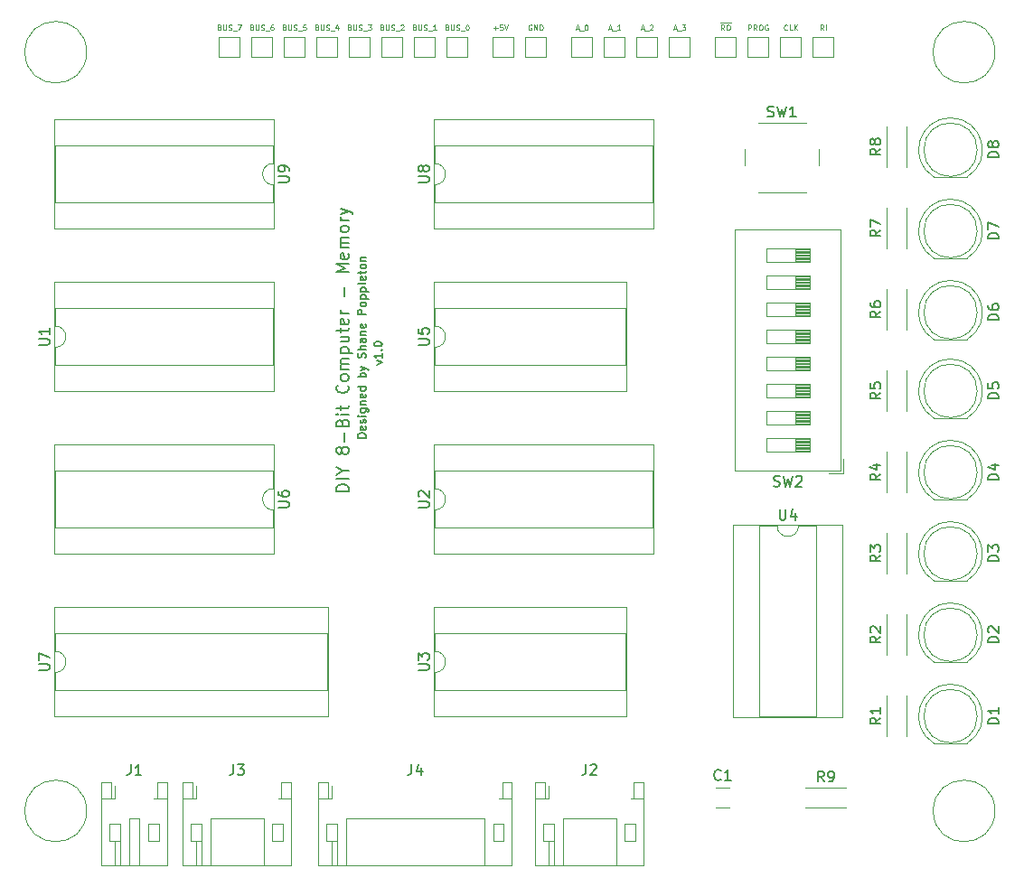
<source format=gbr>
G04 #@! TF.GenerationSoftware,KiCad,Pcbnew,(5.1.2-1)-1*
G04 #@! TF.CreationDate,2019-08-19T15:41:30+10:00*
G04 #@! TF.ProjectId,memory,6d656d6f-7279-42e6-9b69-6361645f7063,rev?*
G04 #@! TF.SameCoordinates,Original*
G04 #@! TF.FileFunction,Legend,Top*
G04 #@! TF.FilePolarity,Positive*
%FSLAX46Y46*%
G04 Gerber Fmt 4.6, Leading zero omitted, Abs format (unit mm)*
G04 Created by KiCad (PCBNEW (5.1.2-1)-1) date 2019-08-19 15:41:30*
%MOMM*%
%LPD*%
G04 APERTURE LIST*
%ADD10C,0.127000*%
%ADD11C,0.120000*%
%ADD12C,0.100000*%
%ADD13C,0.150000*%
%ADD14C,0.101600*%
G04 APERTURE END LIST*
D10*
X136996714Y-82876571D02*
X137504714Y-82695142D01*
X136996714Y-82513714D01*
X137504714Y-81824285D02*
X137504714Y-82259714D01*
X137504714Y-82042000D02*
X136742714Y-82042000D01*
X136851571Y-82114571D01*
X136924142Y-82187142D01*
X136960428Y-82259714D01*
X137432142Y-81497714D02*
X137468428Y-81461428D01*
X137504714Y-81497714D01*
X137468428Y-81534000D01*
X137432142Y-81497714D01*
X137504714Y-81497714D01*
X136742714Y-80989714D02*
X136742714Y-80917142D01*
X136779000Y-80844571D01*
X136815285Y-80808285D01*
X136887857Y-80772000D01*
X137033000Y-80735714D01*
X137214428Y-80735714D01*
X137359571Y-80772000D01*
X137432142Y-80808285D01*
X137468428Y-80844571D01*
X137504714Y-80917142D01*
X137504714Y-80989714D01*
X137468428Y-81062285D01*
X137432142Y-81098571D01*
X137359571Y-81134857D01*
X137214428Y-81171142D01*
X137033000Y-81171142D01*
X136887857Y-81134857D01*
X136815285Y-81098571D01*
X136779000Y-81062285D01*
X136742714Y-80989714D01*
X135980714Y-89734571D02*
X135218714Y-89734571D01*
X135218714Y-89553142D01*
X135255000Y-89444285D01*
X135327571Y-89371714D01*
X135400142Y-89335428D01*
X135545285Y-89299142D01*
X135654142Y-89299142D01*
X135799285Y-89335428D01*
X135871857Y-89371714D01*
X135944428Y-89444285D01*
X135980714Y-89553142D01*
X135980714Y-89734571D01*
X135944428Y-88682285D02*
X135980714Y-88754857D01*
X135980714Y-88900000D01*
X135944428Y-88972571D01*
X135871857Y-89008857D01*
X135581571Y-89008857D01*
X135509000Y-88972571D01*
X135472714Y-88900000D01*
X135472714Y-88754857D01*
X135509000Y-88682285D01*
X135581571Y-88646000D01*
X135654142Y-88646000D01*
X135726714Y-89008857D01*
X135944428Y-88355714D02*
X135980714Y-88283142D01*
X135980714Y-88138000D01*
X135944428Y-88065428D01*
X135871857Y-88029142D01*
X135835571Y-88029142D01*
X135763000Y-88065428D01*
X135726714Y-88138000D01*
X135726714Y-88246857D01*
X135690428Y-88319428D01*
X135617857Y-88355714D01*
X135581571Y-88355714D01*
X135509000Y-88319428D01*
X135472714Y-88246857D01*
X135472714Y-88138000D01*
X135509000Y-88065428D01*
X135980714Y-87702571D02*
X135472714Y-87702571D01*
X135218714Y-87702571D02*
X135255000Y-87738857D01*
X135291285Y-87702571D01*
X135255000Y-87666285D01*
X135218714Y-87702571D01*
X135291285Y-87702571D01*
X135472714Y-87013142D02*
X136089571Y-87013142D01*
X136162142Y-87049428D01*
X136198428Y-87085714D01*
X136234714Y-87158285D01*
X136234714Y-87267142D01*
X136198428Y-87339714D01*
X135944428Y-87013142D02*
X135980714Y-87085714D01*
X135980714Y-87230857D01*
X135944428Y-87303428D01*
X135908142Y-87339714D01*
X135835571Y-87376000D01*
X135617857Y-87376000D01*
X135545285Y-87339714D01*
X135509000Y-87303428D01*
X135472714Y-87230857D01*
X135472714Y-87085714D01*
X135509000Y-87013142D01*
X135472714Y-86650285D02*
X135980714Y-86650285D01*
X135545285Y-86650285D02*
X135509000Y-86614000D01*
X135472714Y-86541428D01*
X135472714Y-86432571D01*
X135509000Y-86360000D01*
X135581571Y-86323714D01*
X135980714Y-86323714D01*
X135944428Y-85670571D02*
X135980714Y-85743142D01*
X135980714Y-85888285D01*
X135944428Y-85960857D01*
X135871857Y-85997142D01*
X135581571Y-85997142D01*
X135509000Y-85960857D01*
X135472714Y-85888285D01*
X135472714Y-85743142D01*
X135509000Y-85670571D01*
X135581571Y-85634285D01*
X135654142Y-85634285D01*
X135726714Y-85997142D01*
X135980714Y-84981142D02*
X135218714Y-84981142D01*
X135944428Y-84981142D02*
X135980714Y-85053714D01*
X135980714Y-85198857D01*
X135944428Y-85271428D01*
X135908142Y-85307714D01*
X135835571Y-85344000D01*
X135617857Y-85344000D01*
X135545285Y-85307714D01*
X135509000Y-85271428D01*
X135472714Y-85198857D01*
X135472714Y-85053714D01*
X135509000Y-84981142D01*
X135980714Y-84037714D02*
X135218714Y-84037714D01*
X135509000Y-84037714D02*
X135472714Y-83965142D01*
X135472714Y-83820000D01*
X135509000Y-83747428D01*
X135545285Y-83711142D01*
X135617857Y-83674857D01*
X135835571Y-83674857D01*
X135908142Y-83711142D01*
X135944428Y-83747428D01*
X135980714Y-83820000D01*
X135980714Y-83965142D01*
X135944428Y-84037714D01*
X135472714Y-83420857D02*
X135980714Y-83239428D01*
X135472714Y-83058000D02*
X135980714Y-83239428D01*
X136162142Y-83312000D01*
X136198428Y-83348285D01*
X136234714Y-83420857D01*
X135944428Y-82223428D02*
X135980714Y-82114571D01*
X135980714Y-81933142D01*
X135944428Y-81860571D01*
X135908142Y-81824285D01*
X135835571Y-81788000D01*
X135763000Y-81788000D01*
X135690428Y-81824285D01*
X135654142Y-81860571D01*
X135617857Y-81933142D01*
X135581571Y-82078285D01*
X135545285Y-82150857D01*
X135509000Y-82187142D01*
X135436428Y-82223428D01*
X135363857Y-82223428D01*
X135291285Y-82187142D01*
X135255000Y-82150857D01*
X135218714Y-82078285D01*
X135218714Y-81896857D01*
X135255000Y-81788000D01*
X135980714Y-81461428D02*
X135218714Y-81461428D01*
X135980714Y-81134857D02*
X135581571Y-81134857D01*
X135509000Y-81171142D01*
X135472714Y-81243714D01*
X135472714Y-81352571D01*
X135509000Y-81425142D01*
X135545285Y-81461428D01*
X135980714Y-80445428D02*
X135581571Y-80445428D01*
X135509000Y-80481714D01*
X135472714Y-80554285D01*
X135472714Y-80699428D01*
X135509000Y-80772000D01*
X135944428Y-80445428D02*
X135980714Y-80518000D01*
X135980714Y-80699428D01*
X135944428Y-80772000D01*
X135871857Y-80808285D01*
X135799285Y-80808285D01*
X135726714Y-80772000D01*
X135690428Y-80699428D01*
X135690428Y-80518000D01*
X135654142Y-80445428D01*
X135472714Y-80082571D02*
X135980714Y-80082571D01*
X135545285Y-80082571D02*
X135509000Y-80046285D01*
X135472714Y-79973714D01*
X135472714Y-79864857D01*
X135509000Y-79792285D01*
X135581571Y-79756000D01*
X135980714Y-79756000D01*
X135944428Y-79102857D02*
X135980714Y-79175428D01*
X135980714Y-79320571D01*
X135944428Y-79393142D01*
X135871857Y-79429428D01*
X135581571Y-79429428D01*
X135509000Y-79393142D01*
X135472714Y-79320571D01*
X135472714Y-79175428D01*
X135509000Y-79102857D01*
X135581571Y-79066571D01*
X135654142Y-79066571D01*
X135726714Y-79429428D01*
X135980714Y-78159428D02*
X135218714Y-78159428D01*
X135218714Y-77869142D01*
X135255000Y-77796571D01*
X135291285Y-77760285D01*
X135363857Y-77724000D01*
X135472714Y-77724000D01*
X135545285Y-77760285D01*
X135581571Y-77796571D01*
X135617857Y-77869142D01*
X135617857Y-78159428D01*
X135980714Y-77288571D02*
X135944428Y-77361142D01*
X135908142Y-77397428D01*
X135835571Y-77433714D01*
X135617857Y-77433714D01*
X135545285Y-77397428D01*
X135509000Y-77361142D01*
X135472714Y-77288571D01*
X135472714Y-77179714D01*
X135509000Y-77107142D01*
X135545285Y-77070857D01*
X135617857Y-77034571D01*
X135835571Y-77034571D01*
X135908142Y-77070857D01*
X135944428Y-77107142D01*
X135980714Y-77179714D01*
X135980714Y-77288571D01*
X135472714Y-76708000D02*
X136234714Y-76708000D01*
X135509000Y-76708000D02*
X135472714Y-76635428D01*
X135472714Y-76490285D01*
X135509000Y-76417714D01*
X135545285Y-76381428D01*
X135617857Y-76345142D01*
X135835571Y-76345142D01*
X135908142Y-76381428D01*
X135944428Y-76417714D01*
X135980714Y-76490285D01*
X135980714Y-76635428D01*
X135944428Y-76708000D01*
X135472714Y-76018571D02*
X136234714Y-76018571D01*
X135509000Y-76018571D02*
X135472714Y-75946000D01*
X135472714Y-75800857D01*
X135509000Y-75728285D01*
X135545285Y-75692000D01*
X135617857Y-75655714D01*
X135835571Y-75655714D01*
X135908142Y-75692000D01*
X135944428Y-75728285D01*
X135980714Y-75800857D01*
X135980714Y-75946000D01*
X135944428Y-76018571D01*
X135980714Y-75220285D02*
X135944428Y-75292857D01*
X135871857Y-75329142D01*
X135218714Y-75329142D01*
X135944428Y-74639714D02*
X135980714Y-74712285D01*
X135980714Y-74857428D01*
X135944428Y-74930000D01*
X135871857Y-74966285D01*
X135581571Y-74966285D01*
X135509000Y-74930000D01*
X135472714Y-74857428D01*
X135472714Y-74712285D01*
X135509000Y-74639714D01*
X135581571Y-74603428D01*
X135654142Y-74603428D01*
X135726714Y-74966285D01*
X135472714Y-74385714D02*
X135472714Y-74095428D01*
X135218714Y-74276857D02*
X135871857Y-74276857D01*
X135944428Y-74240571D01*
X135980714Y-74168000D01*
X135980714Y-74095428D01*
X135980714Y-73732571D02*
X135944428Y-73805142D01*
X135908142Y-73841428D01*
X135835571Y-73877714D01*
X135617857Y-73877714D01*
X135545285Y-73841428D01*
X135509000Y-73805142D01*
X135472714Y-73732571D01*
X135472714Y-73623714D01*
X135509000Y-73551142D01*
X135545285Y-73514857D01*
X135617857Y-73478571D01*
X135835571Y-73478571D01*
X135908142Y-73514857D01*
X135944428Y-73551142D01*
X135980714Y-73623714D01*
X135980714Y-73732571D01*
X135472714Y-73152000D02*
X135980714Y-73152000D01*
X135545285Y-73152000D02*
X135509000Y-73115714D01*
X135472714Y-73043142D01*
X135472714Y-72934285D01*
X135509000Y-72861714D01*
X135581571Y-72825428D01*
X135980714Y-72825428D01*
X134375071Y-94732928D02*
X133232071Y-94732928D01*
X133232071Y-94460785D01*
X133286500Y-94297500D01*
X133395357Y-94188642D01*
X133504214Y-94134214D01*
X133721928Y-94079785D01*
X133885214Y-94079785D01*
X134102928Y-94134214D01*
X134211785Y-94188642D01*
X134320642Y-94297500D01*
X134375071Y-94460785D01*
X134375071Y-94732928D01*
X134375071Y-93589928D02*
X133232071Y-93589928D01*
X133830785Y-92827928D02*
X134375071Y-92827928D01*
X133232071Y-93208928D02*
X133830785Y-92827928D01*
X133232071Y-92446928D01*
X133721928Y-91031785D02*
X133667500Y-91140642D01*
X133613071Y-91195071D01*
X133504214Y-91249500D01*
X133449785Y-91249500D01*
X133340928Y-91195071D01*
X133286500Y-91140642D01*
X133232071Y-91031785D01*
X133232071Y-90814071D01*
X133286500Y-90705214D01*
X133340928Y-90650785D01*
X133449785Y-90596357D01*
X133504214Y-90596357D01*
X133613071Y-90650785D01*
X133667500Y-90705214D01*
X133721928Y-90814071D01*
X133721928Y-91031785D01*
X133776357Y-91140642D01*
X133830785Y-91195071D01*
X133939642Y-91249500D01*
X134157357Y-91249500D01*
X134266214Y-91195071D01*
X134320642Y-91140642D01*
X134375071Y-91031785D01*
X134375071Y-90814071D01*
X134320642Y-90705214D01*
X134266214Y-90650785D01*
X134157357Y-90596357D01*
X133939642Y-90596357D01*
X133830785Y-90650785D01*
X133776357Y-90705214D01*
X133721928Y-90814071D01*
X133939642Y-90106500D02*
X133939642Y-89235642D01*
X133776357Y-88310357D02*
X133830785Y-88147071D01*
X133885214Y-88092642D01*
X133994071Y-88038214D01*
X134157357Y-88038214D01*
X134266214Y-88092642D01*
X134320642Y-88147071D01*
X134375071Y-88255928D01*
X134375071Y-88691357D01*
X133232071Y-88691357D01*
X133232071Y-88310357D01*
X133286500Y-88201500D01*
X133340928Y-88147071D01*
X133449785Y-88092642D01*
X133558642Y-88092642D01*
X133667500Y-88147071D01*
X133721928Y-88201500D01*
X133776357Y-88310357D01*
X133776357Y-88691357D01*
X134375071Y-87548357D02*
X133613071Y-87548357D01*
X133232071Y-87548357D02*
X133286500Y-87602785D01*
X133340928Y-87548357D01*
X133286500Y-87493928D01*
X133232071Y-87548357D01*
X133340928Y-87548357D01*
X133613071Y-87167357D02*
X133613071Y-86731928D01*
X133232071Y-87004071D02*
X134211785Y-87004071D01*
X134320642Y-86949642D01*
X134375071Y-86840785D01*
X134375071Y-86731928D01*
X134266214Y-84826928D02*
X134320642Y-84881357D01*
X134375071Y-85044642D01*
X134375071Y-85153500D01*
X134320642Y-85316785D01*
X134211785Y-85425642D01*
X134102928Y-85480071D01*
X133885214Y-85534500D01*
X133721928Y-85534500D01*
X133504214Y-85480071D01*
X133395357Y-85425642D01*
X133286500Y-85316785D01*
X133232071Y-85153500D01*
X133232071Y-85044642D01*
X133286500Y-84881357D01*
X133340928Y-84826928D01*
X134375071Y-84173785D02*
X134320642Y-84282642D01*
X134266214Y-84337071D01*
X134157357Y-84391500D01*
X133830785Y-84391500D01*
X133721928Y-84337071D01*
X133667500Y-84282642D01*
X133613071Y-84173785D01*
X133613071Y-84010500D01*
X133667500Y-83901642D01*
X133721928Y-83847214D01*
X133830785Y-83792785D01*
X134157357Y-83792785D01*
X134266214Y-83847214D01*
X134320642Y-83901642D01*
X134375071Y-84010500D01*
X134375071Y-84173785D01*
X134375071Y-83302928D02*
X133613071Y-83302928D01*
X133721928Y-83302928D02*
X133667500Y-83248500D01*
X133613071Y-83139642D01*
X133613071Y-82976357D01*
X133667500Y-82867500D01*
X133776357Y-82813071D01*
X134375071Y-82813071D01*
X133776357Y-82813071D02*
X133667500Y-82758642D01*
X133613071Y-82649785D01*
X133613071Y-82486500D01*
X133667500Y-82377642D01*
X133776357Y-82323214D01*
X134375071Y-82323214D01*
X133613071Y-81778928D02*
X134756071Y-81778928D01*
X133667500Y-81778928D02*
X133613071Y-81670071D01*
X133613071Y-81452357D01*
X133667500Y-81343500D01*
X133721928Y-81289071D01*
X133830785Y-81234642D01*
X134157357Y-81234642D01*
X134266214Y-81289071D01*
X134320642Y-81343500D01*
X134375071Y-81452357D01*
X134375071Y-81670071D01*
X134320642Y-81778928D01*
X133613071Y-80254928D02*
X134375071Y-80254928D01*
X133613071Y-80744785D02*
X134211785Y-80744785D01*
X134320642Y-80690357D01*
X134375071Y-80581500D01*
X134375071Y-80418214D01*
X134320642Y-80309357D01*
X134266214Y-80254928D01*
X133613071Y-79873928D02*
X133613071Y-79438500D01*
X133232071Y-79710642D02*
X134211785Y-79710642D01*
X134320642Y-79656214D01*
X134375071Y-79547357D01*
X134375071Y-79438500D01*
X134320642Y-78622071D02*
X134375071Y-78730928D01*
X134375071Y-78948642D01*
X134320642Y-79057500D01*
X134211785Y-79111928D01*
X133776357Y-79111928D01*
X133667500Y-79057500D01*
X133613071Y-78948642D01*
X133613071Y-78730928D01*
X133667500Y-78622071D01*
X133776357Y-78567642D01*
X133885214Y-78567642D01*
X133994071Y-79111928D01*
X134375071Y-78077785D02*
X133613071Y-78077785D01*
X133830785Y-78077785D02*
X133721928Y-78023357D01*
X133667500Y-77968928D01*
X133613071Y-77860071D01*
X133613071Y-77751214D01*
X133939642Y-76499357D02*
X133939642Y-75628500D01*
X134375071Y-74213357D02*
X133232071Y-74213357D01*
X134048500Y-73832357D01*
X133232071Y-73451357D01*
X134375071Y-73451357D01*
X134320642Y-72471642D02*
X134375071Y-72580500D01*
X134375071Y-72798214D01*
X134320642Y-72907071D01*
X134211785Y-72961500D01*
X133776357Y-72961500D01*
X133667500Y-72907071D01*
X133613071Y-72798214D01*
X133613071Y-72580500D01*
X133667500Y-72471642D01*
X133776357Y-72417214D01*
X133885214Y-72417214D01*
X133994071Y-72961500D01*
X134375071Y-71927357D02*
X133613071Y-71927357D01*
X133721928Y-71927357D02*
X133667500Y-71872928D01*
X133613071Y-71764071D01*
X133613071Y-71600785D01*
X133667500Y-71491928D01*
X133776357Y-71437500D01*
X134375071Y-71437500D01*
X133776357Y-71437500D02*
X133667500Y-71383071D01*
X133613071Y-71274214D01*
X133613071Y-71110928D01*
X133667500Y-71002071D01*
X133776357Y-70947642D01*
X134375071Y-70947642D01*
X134375071Y-70240071D02*
X134320642Y-70348928D01*
X134266214Y-70403357D01*
X134157357Y-70457785D01*
X133830785Y-70457785D01*
X133721928Y-70403357D01*
X133667500Y-70348928D01*
X133613071Y-70240071D01*
X133613071Y-70076785D01*
X133667500Y-69967928D01*
X133721928Y-69913500D01*
X133830785Y-69859071D01*
X134157357Y-69859071D01*
X134266214Y-69913500D01*
X134320642Y-69967928D01*
X134375071Y-70076785D01*
X134375071Y-70240071D01*
X134375071Y-69369214D02*
X133613071Y-69369214D01*
X133830785Y-69369214D02*
X133721928Y-69314785D01*
X133667500Y-69260357D01*
X133613071Y-69151500D01*
X133613071Y-69042642D01*
X133613071Y-68770500D02*
X134375071Y-68498357D01*
X133613071Y-68226214D02*
X134375071Y-68498357D01*
X134647214Y-68607214D01*
X134701642Y-68661642D01*
X134756071Y-68770500D01*
D11*
X127314000Y-96504000D02*
G75*
G02X127314000Y-94504000I0J1000000D01*
G01*
X127314000Y-94504000D02*
X127314000Y-92854000D01*
X127314000Y-92854000D02*
X106874000Y-92854000D01*
X106874000Y-92854000D02*
X106874000Y-98154000D01*
X106874000Y-98154000D02*
X127314000Y-98154000D01*
X127314000Y-98154000D02*
X127314000Y-96504000D01*
X127374000Y-90364000D02*
X106814000Y-90364000D01*
X106814000Y-90364000D02*
X106814000Y-100644000D01*
X106814000Y-100644000D02*
X127374000Y-100644000D01*
X127374000Y-100644000D02*
X127374000Y-90364000D01*
D12*
X109824017Y-124714000D02*
G75*
G03X109824017Y-124714000I-2890017J0D01*
G01*
X109824017Y-53594000D02*
G75*
G03X109824017Y-53594000I-2890017J0D01*
G01*
X194914017Y-53594000D02*
G75*
G03X194914017Y-53594000I-2890017J0D01*
G01*
X194914017Y-124714000D02*
G75*
G03X194914017Y-124714000I-2890017J0D01*
G01*
D11*
X168769000Y-122524000D02*
X170027000Y-122524000D01*
X168769000Y-124364000D02*
X170027000Y-124364000D01*
X190754462Y-112834000D02*
G75*
G03X189209170Y-118384000I-462J-2990000D01*
G01*
X190753538Y-112834000D02*
G75*
G02X192298830Y-118384000I462J-2990000D01*
G01*
X193254000Y-115824000D02*
G75*
G03X193254000Y-115824000I-2500000J0D01*
G01*
X189209000Y-118384000D02*
X192299000Y-118384000D01*
X189209000Y-110764000D02*
X192299000Y-110764000D01*
X193254000Y-108204000D02*
G75*
G03X193254000Y-108204000I-2500000J0D01*
G01*
X190753538Y-105214000D02*
G75*
G02X192298830Y-110764000I462J-2990000D01*
G01*
X190754462Y-105214000D02*
G75*
G03X189209170Y-110764000I-462J-2990000D01*
G01*
X190754462Y-97594000D02*
G75*
G03X189209170Y-103144000I-462J-2990000D01*
G01*
X190753538Y-97594000D02*
G75*
G02X192298830Y-103144000I462J-2990000D01*
G01*
X193254000Y-100584000D02*
G75*
G03X193254000Y-100584000I-2500000J0D01*
G01*
X189209000Y-103144000D02*
X192299000Y-103144000D01*
X189209000Y-95524000D02*
X192299000Y-95524000D01*
X193254000Y-92964000D02*
G75*
G03X193254000Y-92964000I-2500000J0D01*
G01*
X190753538Y-89974000D02*
G75*
G02X192298830Y-95524000I462J-2990000D01*
G01*
X190754462Y-89974000D02*
G75*
G03X189209170Y-95524000I-462J-2990000D01*
G01*
X189209000Y-87904000D02*
X192299000Y-87904000D01*
X193254000Y-85344000D02*
G75*
G03X193254000Y-85344000I-2500000J0D01*
G01*
X190753538Y-82354000D02*
G75*
G02X192298830Y-87904000I462J-2990000D01*
G01*
X190754462Y-82354000D02*
G75*
G03X189209170Y-87904000I-462J-2990000D01*
G01*
X190754462Y-74988000D02*
G75*
G03X189209170Y-80538000I-462J-2990000D01*
G01*
X190753538Y-74988000D02*
G75*
G02X192298830Y-80538000I462J-2990000D01*
G01*
X193254000Y-77978000D02*
G75*
G03X193254000Y-77978000I-2500000J0D01*
G01*
X189209000Y-80538000D02*
X192299000Y-80538000D01*
X189209000Y-72918000D02*
X192299000Y-72918000D01*
X193254000Y-70358000D02*
G75*
G03X193254000Y-70358000I-2500000J0D01*
G01*
X190753538Y-67368000D02*
G75*
G02X192298830Y-72918000I462J-2990000D01*
G01*
X190754462Y-67368000D02*
G75*
G03X189209170Y-72918000I-462J-2990000D01*
G01*
X190754462Y-59748000D02*
G75*
G03X189209170Y-65298000I-462J-2990000D01*
G01*
X190753538Y-59748000D02*
G75*
G02X192298830Y-65298000I462J-2990000D01*
G01*
X193254000Y-62738000D02*
G75*
G03X193254000Y-62738000I-2500000J0D01*
G01*
X189209000Y-65298000D02*
X192299000Y-65298000D01*
X112424000Y-123584000D02*
X112144000Y-123584000D01*
X112144000Y-123584000D02*
X112144000Y-121984000D01*
X112144000Y-121984000D02*
X111224000Y-121984000D01*
X111224000Y-121984000D02*
X111224000Y-129804000D01*
X111224000Y-129804000D02*
X117344000Y-129804000D01*
X117344000Y-129804000D02*
X117344000Y-121984000D01*
X117344000Y-121984000D02*
X116424000Y-121984000D01*
X116424000Y-121984000D02*
X116424000Y-123584000D01*
X116424000Y-123584000D02*
X116144000Y-123584000D01*
X113784000Y-129804000D02*
X113784000Y-125444000D01*
X113784000Y-125444000D02*
X114784000Y-125444000D01*
X114784000Y-125444000D02*
X114784000Y-129804000D01*
X111224000Y-123584000D02*
X112144000Y-123584000D01*
X117344000Y-123584000D02*
X116424000Y-123584000D01*
X111984000Y-125944000D02*
X111984000Y-127544000D01*
X111984000Y-127544000D02*
X112984000Y-127544000D01*
X112984000Y-127544000D02*
X112984000Y-125944000D01*
X112984000Y-125944000D02*
X111984000Y-125944000D01*
X116584000Y-125944000D02*
X116584000Y-127544000D01*
X116584000Y-127544000D02*
X115584000Y-127544000D01*
X115584000Y-127544000D02*
X115584000Y-125944000D01*
X115584000Y-125944000D02*
X116584000Y-125944000D01*
X112984000Y-127544000D02*
X112984000Y-129804000D01*
X112484000Y-127544000D02*
X112484000Y-129804000D01*
X112424000Y-123584000D02*
X112424000Y-122369000D01*
X153064000Y-123584000D02*
X152784000Y-123584000D01*
X152784000Y-123584000D02*
X152784000Y-121984000D01*
X152784000Y-121984000D02*
X151864000Y-121984000D01*
X151864000Y-121984000D02*
X151864000Y-129804000D01*
X151864000Y-129804000D02*
X161984000Y-129804000D01*
X161984000Y-129804000D02*
X161984000Y-121984000D01*
X161984000Y-121984000D02*
X161064000Y-121984000D01*
X161064000Y-121984000D02*
X161064000Y-123584000D01*
X161064000Y-123584000D02*
X160784000Y-123584000D01*
X154424000Y-129804000D02*
X154424000Y-125444000D01*
X154424000Y-125444000D02*
X159424000Y-125444000D01*
X159424000Y-125444000D02*
X159424000Y-129804000D01*
X151864000Y-123584000D02*
X152784000Y-123584000D01*
X161984000Y-123584000D02*
X161064000Y-123584000D01*
X152624000Y-125944000D02*
X152624000Y-127544000D01*
X152624000Y-127544000D02*
X153624000Y-127544000D01*
X153624000Y-127544000D02*
X153624000Y-125944000D01*
X153624000Y-125944000D02*
X152624000Y-125944000D01*
X161224000Y-125944000D02*
X161224000Y-127544000D01*
X161224000Y-127544000D02*
X160224000Y-127544000D01*
X160224000Y-127544000D02*
X160224000Y-125944000D01*
X160224000Y-125944000D02*
X161224000Y-125944000D01*
X153624000Y-127544000D02*
X153624000Y-129804000D01*
X153124000Y-127544000D02*
X153124000Y-129804000D01*
X153064000Y-123584000D02*
X153064000Y-122369000D01*
X120044000Y-123584000D02*
X120044000Y-122369000D01*
X120104000Y-127544000D02*
X120104000Y-129804000D01*
X120604000Y-127544000D02*
X120604000Y-129804000D01*
X127204000Y-125944000D02*
X128204000Y-125944000D01*
X127204000Y-127544000D02*
X127204000Y-125944000D01*
X128204000Y-127544000D02*
X127204000Y-127544000D01*
X128204000Y-125944000D02*
X128204000Y-127544000D01*
X120604000Y-125944000D02*
X119604000Y-125944000D01*
X120604000Y-127544000D02*
X120604000Y-125944000D01*
X119604000Y-127544000D02*
X120604000Y-127544000D01*
X119604000Y-125944000D02*
X119604000Y-127544000D01*
X128964000Y-123584000D02*
X128044000Y-123584000D01*
X118844000Y-123584000D02*
X119764000Y-123584000D01*
X126404000Y-125444000D02*
X126404000Y-129804000D01*
X121404000Y-125444000D02*
X126404000Y-125444000D01*
X121404000Y-129804000D02*
X121404000Y-125444000D01*
X128044000Y-123584000D02*
X127764000Y-123584000D01*
X128044000Y-121984000D02*
X128044000Y-123584000D01*
X128964000Y-121984000D02*
X128044000Y-121984000D01*
X128964000Y-129804000D02*
X128964000Y-121984000D01*
X118844000Y-129804000D02*
X128964000Y-129804000D01*
X118844000Y-121984000D02*
X118844000Y-129804000D01*
X119764000Y-121984000D02*
X118844000Y-121984000D01*
X119764000Y-123584000D02*
X119764000Y-121984000D01*
X120044000Y-123584000D02*
X119764000Y-123584000D01*
X132744000Y-123584000D02*
X132464000Y-123584000D01*
X132464000Y-123584000D02*
X132464000Y-121984000D01*
X132464000Y-121984000D02*
X131544000Y-121984000D01*
X131544000Y-121984000D02*
X131544000Y-129804000D01*
X131544000Y-129804000D02*
X149664000Y-129804000D01*
X149664000Y-129804000D02*
X149664000Y-121984000D01*
X149664000Y-121984000D02*
X148744000Y-121984000D01*
X148744000Y-121984000D02*
X148744000Y-123584000D01*
X148744000Y-123584000D02*
X148464000Y-123584000D01*
X134104000Y-129804000D02*
X134104000Y-125444000D01*
X134104000Y-125444000D02*
X147104000Y-125444000D01*
X147104000Y-125444000D02*
X147104000Y-129804000D01*
X131544000Y-123584000D02*
X132464000Y-123584000D01*
X149664000Y-123584000D02*
X148744000Y-123584000D01*
X132304000Y-125944000D02*
X132304000Y-127544000D01*
X132304000Y-127544000D02*
X133304000Y-127544000D01*
X133304000Y-127544000D02*
X133304000Y-125944000D01*
X133304000Y-125944000D02*
X132304000Y-125944000D01*
X148904000Y-125944000D02*
X148904000Y-127544000D01*
X148904000Y-127544000D02*
X147904000Y-127544000D01*
X147904000Y-127544000D02*
X147904000Y-125944000D01*
X147904000Y-125944000D02*
X148904000Y-125944000D01*
X133304000Y-127544000D02*
X133304000Y-129804000D01*
X132804000Y-127544000D02*
X132804000Y-129804000D01*
X132744000Y-123584000D02*
X132744000Y-122369000D01*
X186594000Y-117744000D02*
X186594000Y-113904000D01*
X184754000Y-117744000D02*
X184754000Y-113904000D01*
X184754000Y-110124000D02*
X184754000Y-106284000D01*
X186594000Y-110124000D02*
X186594000Y-106284000D01*
X186594000Y-102504000D02*
X186594000Y-98664000D01*
X184754000Y-102504000D02*
X184754000Y-98664000D01*
X184754000Y-94884000D02*
X184754000Y-91044000D01*
X186594000Y-94884000D02*
X186594000Y-91044000D01*
X184754000Y-87264000D02*
X184754000Y-83424000D01*
X186594000Y-87264000D02*
X186594000Y-83424000D01*
X186594000Y-79644000D02*
X186594000Y-75804000D01*
X184754000Y-79644000D02*
X184754000Y-75804000D01*
X184754000Y-72024000D02*
X184754000Y-68184000D01*
X186594000Y-72024000D02*
X186594000Y-68184000D01*
X186594000Y-64404000D02*
X186594000Y-60564000D01*
X184754000Y-64404000D02*
X184754000Y-60564000D01*
X177150000Y-122524000D02*
X180990000Y-122524000D01*
X177150000Y-124364000D02*
X180990000Y-124364000D01*
X172704000Y-66714000D02*
X177204000Y-66714000D01*
X171454000Y-62714000D02*
X171454000Y-64214000D01*
X177204000Y-60214000D02*
X172704000Y-60214000D01*
X178454000Y-64214000D02*
X178454000Y-62714000D01*
X180464000Y-92844000D02*
X170564000Y-92844000D01*
X180464000Y-70223000D02*
X170564000Y-70223000D01*
X180464000Y-92844000D02*
X180464000Y-70223000D01*
X170564000Y-92844000D02*
X170564000Y-70223000D01*
X180704000Y-93084000D02*
X179320000Y-93084000D01*
X180704000Y-93084000D02*
X180704000Y-91701000D01*
X177544000Y-91059000D02*
X177544000Y-89789000D01*
X177544000Y-89789000D02*
X173484000Y-89789000D01*
X173484000Y-89789000D02*
X173484000Y-91059000D01*
X173484000Y-91059000D02*
X177544000Y-91059000D01*
X177544000Y-90939000D02*
X176190667Y-90939000D01*
X177544000Y-90819000D02*
X176190667Y-90819000D01*
X177544000Y-90699000D02*
X176190667Y-90699000D01*
X177544000Y-90579000D02*
X176190667Y-90579000D01*
X177544000Y-90459000D02*
X176190667Y-90459000D01*
X177544000Y-90339000D02*
X176190667Y-90339000D01*
X177544000Y-90219000D02*
X176190667Y-90219000D01*
X177544000Y-90099000D02*
X176190667Y-90099000D01*
X177544000Y-89979000D02*
X176190667Y-89979000D01*
X177544000Y-89859000D02*
X176190667Y-89859000D01*
X176190667Y-91059000D02*
X176190667Y-89789000D01*
X177544000Y-88519000D02*
X177544000Y-87249000D01*
X177544000Y-87249000D02*
X173484000Y-87249000D01*
X173484000Y-87249000D02*
X173484000Y-88519000D01*
X173484000Y-88519000D02*
X177544000Y-88519000D01*
X177544000Y-88399000D02*
X176190667Y-88399000D01*
X177544000Y-88279000D02*
X176190667Y-88279000D01*
X177544000Y-88159000D02*
X176190667Y-88159000D01*
X177544000Y-88039000D02*
X176190667Y-88039000D01*
X177544000Y-87919000D02*
X176190667Y-87919000D01*
X177544000Y-87799000D02*
X176190667Y-87799000D01*
X177544000Y-87679000D02*
X176190667Y-87679000D01*
X177544000Y-87559000D02*
X176190667Y-87559000D01*
X177544000Y-87439000D02*
X176190667Y-87439000D01*
X177544000Y-87319000D02*
X176190667Y-87319000D01*
X176190667Y-88519000D02*
X176190667Y-87249000D01*
X177544000Y-85979000D02*
X177544000Y-84709000D01*
X177544000Y-84709000D02*
X173484000Y-84709000D01*
X173484000Y-84709000D02*
X173484000Y-85979000D01*
X173484000Y-85979000D02*
X177544000Y-85979000D01*
X177544000Y-85859000D02*
X176190667Y-85859000D01*
X177544000Y-85739000D02*
X176190667Y-85739000D01*
X177544000Y-85619000D02*
X176190667Y-85619000D01*
X177544000Y-85499000D02*
X176190667Y-85499000D01*
X177544000Y-85379000D02*
X176190667Y-85379000D01*
X177544000Y-85259000D02*
X176190667Y-85259000D01*
X177544000Y-85139000D02*
X176190667Y-85139000D01*
X177544000Y-85019000D02*
X176190667Y-85019000D01*
X177544000Y-84899000D02*
X176190667Y-84899000D01*
X177544000Y-84779000D02*
X176190667Y-84779000D01*
X176190667Y-85979000D02*
X176190667Y-84709000D01*
X177544000Y-83439000D02*
X177544000Y-82169000D01*
X177544000Y-82169000D02*
X173484000Y-82169000D01*
X173484000Y-82169000D02*
X173484000Y-83439000D01*
X173484000Y-83439000D02*
X177544000Y-83439000D01*
X177544000Y-83319000D02*
X176190667Y-83319000D01*
X177544000Y-83199000D02*
X176190667Y-83199000D01*
X177544000Y-83079000D02*
X176190667Y-83079000D01*
X177544000Y-82959000D02*
X176190667Y-82959000D01*
X177544000Y-82839000D02*
X176190667Y-82839000D01*
X177544000Y-82719000D02*
X176190667Y-82719000D01*
X177544000Y-82599000D02*
X176190667Y-82599000D01*
X177544000Y-82479000D02*
X176190667Y-82479000D01*
X177544000Y-82359000D02*
X176190667Y-82359000D01*
X177544000Y-82239000D02*
X176190667Y-82239000D01*
X176190667Y-83439000D02*
X176190667Y-82169000D01*
X177544000Y-80899000D02*
X177544000Y-79629000D01*
X177544000Y-79629000D02*
X173484000Y-79629000D01*
X173484000Y-79629000D02*
X173484000Y-80899000D01*
X173484000Y-80899000D02*
X177544000Y-80899000D01*
X177544000Y-80779000D02*
X176190667Y-80779000D01*
X177544000Y-80659000D02*
X176190667Y-80659000D01*
X177544000Y-80539000D02*
X176190667Y-80539000D01*
X177544000Y-80419000D02*
X176190667Y-80419000D01*
X177544000Y-80299000D02*
X176190667Y-80299000D01*
X177544000Y-80179000D02*
X176190667Y-80179000D01*
X177544000Y-80059000D02*
X176190667Y-80059000D01*
X177544000Y-79939000D02*
X176190667Y-79939000D01*
X177544000Y-79819000D02*
X176190667Y-79819000D01*
X177544000Y-79699000D02*
X176190667Y-79699000D01*
X176190667Y-80899000D02*
X176190667Y-79629000D01*
X177544000Y-78359000D02*
X177544000Y-77089000D01*
X177544000Y-77089000D02*
X173484000Y-77089000D01*
X173484000Y-77089000D02*
X173484000Y-78359000D01*
X173484000Y-78359000D02*
X177544000Y-78359000D01*
X177544000Y-78239000D02*
X176190667Y-78239000D01*
X177544000Y-78119000D02*
X176190667Y-78119000D01*
X177544000Y-77999000D02*
X176190667Y-77999000D01*
X177544000Y-77879000D02*
X176190667Y-77879000D01*
X177544000Y-77759000D02*
X176190667Y-77759000D01*
X177544000Y-77639000D02*
X176190667Y-77639000D01*
X177544000Y-77519000D02*
X176190667Y-77519000D01*
X177544000Y-77399000D02*
X176190667Y-77399000D01*
X177544000Y-77279000D02*
X176190667Y-77279000D01*
X177544000Y-77159000D02*
X176190667Y-77159000D01*
X176190667Y-78359000D02*
X176190667Y-77089000D01*
X177544000Y-75819000D02*
X177544000Y-74549000D01*
X177544000Y-74549000D02*
X173484000Y-74549000D01*
X173484000Y-74549000D02*
X173484000Y-75819000D01*
X173484000Y-75819000D02*
X177544000Y-75819000D01*
X177544000Y-75699000D02*
X176190667Y-75699000D01*
X177544000Y-75579000D02*
X176190667Y-75579000D01*
X177544000Y-75459000D02*
X176190667Y-75459000D01*
X177544000Y-75339000D02*
X176190667Y-75339000D01*
X177544000Y-75219000D02*
X176190667Y-75219000D01*
X177544000Y-75099000D02*
X176190667Y-75099000D01*
X177544000Y-74979000D02*
X176190667Y-74979000D01*
X177544000Y-74859000D02*
X176190667Y-74859000D01*
X177544000Y-74739000D02*
X176190667Y-74739000D01*
X177544000Y-74619000D02*
X176190667Y-74619000D01*
X176190667Y-75819000D02*
X176190667Y-74549000D01*
X177544000Y-73279000D02*
X177544000Y-72009000D01*
X177544000Y-72009000D02*
X173484000Y-72009000D01*
X173484000Y-72009000D02*
X173484000Y-73279000D01*
X173484000Y-73279000D02*
X177544000Y-73279000D01*
X177544000Y-73159000D02*
X176190667Y-73159000D01*
X177544000Y-73039000D02*
X176190667Y-73039000D01*
X177544000Y-72919000D02*
X176190667Y-72919000D01*
X177544000Y-72799000D02*
X176190667Y-72799000D01*
X177544000Y-72679000D02*
X176190667Y-72679000D01*
X177544000Y-72559000D02*
X176190667Y-72559000D01*
X177544000Y-72439000D02*
X176190667Y-72439000D01*
X177544000Y-72319000D02*
X176190667Y-72319000D01*
X177544000Y-72199000D02*
X176190667Y-72199000D01*
X177544000Y-72079000D02*
X176190667Y-72079000D01*
X176190667Y-73279000D02*
X176190667Y-72009000D01*
X147894000Y-52136000D02*
X149794000Y-52136000D01*
X149794000Y-52136000D02*
X149794000Y-54036000D01*
X149794000Y-54036000D02*
X147894000Y-54036000D01*
X147894000Y-54036000D02*
X147894000Y-52136000D01*
X168722000Y-52136000D02*
X170622000Y-52136000D01*
X170622000Y-52136000D02*
X170622000Y-54036000D01*
X170622000Y-54036000D02*
X168722000Y-54036000D01*
X168722000Y-54036000D02*
X168722000Y-52136000D01*
X150942000Y-54036000D02*
X150942000Y-52136000D01*
X152842000Y-54036000D02*
X150942000Y-54036000D01*
X152842000Y-52136000D02*
X152842000Y-54036000D01*
X150942000Y-52136000D02*
X152842000Y-52136000D01*
X164404000Y-54036000D02*
X164404000Y-52136000D01*
X166304000Y-54036000D02*
X164404000Y-54036000D01*
X166304000Y-52136000D02*
X166304000Y-54036000D01*
X164404000Y-52136000D02*
X166304000Y-52136000D01*
X161356000Y-52136000D02*
X163256000Y-52136000D01*
X163256000Y-52136000D02*
X163256000Y-54036000D01*
X163256000Y-54036000D02*
X161356000Y-54036000D01*
X161356000Y-54036000D02*
X161356000Y-52136000D01*
X158308000Y-52136000D02*
X160208000Y-52136000D01*
X160208000Y-52136000D02*
X160208000Y-54036000D01*
X160208000Y-54036000D02*
X158308000Y-54036000D01*
X158308000Y-54036000D02*
X158308000Y-52136000D01*
X177866000Y-52136000D02*
X179766000Y-52136000D01*
X179766000Y-52136000D02*
X179766000Y-54036000D01*
X179766000Y-54036000D02*
X177866000Y-54036000D01*
X177866000Y-54036000D02*
X177866000Y-52136000D01*
X155260000Y-54036000D02*
X155260000Y-52136000D01*
X157160000Y-54036000D02*
X155260000Y-54036000D01*
X157160000Y-52136000D02*
X157160000Y-54036000D01*
X155260000Y-52136000D02*
X157160000Y-52136000D01*
X174818000Y-54036000D02*
X174818000Y-52136000D01*
X176718000Y-54036000D02*
X174818000Y-54036000D01*
X176718000Y-52136000D02*
X176718000Y-54036000D01*
X174818000Y-52136000D02*
X176718000Y-52136000D01*
X171770000Y-54036000D02*
X171770000Y-52136000D01*
X173670000Y-54036000D02*
X171770000Y-54036000D01*
X173670000Y-52136000D02*
X173670000Y-54036000D01*
X171770000Y-52136000D02*
X173670000Y-52136000D01*
X124140000Y-52136000D02*
X124140000Y-54036000D01*
X122240000Y-52136000D02*
X124140000Y-52136000D01*
X122240000Y-54036000D02*
X122240000Y-52136000D01*
X124140000Y-54036000D02*
X122240000Y-54036000D01*
X127188000Y-54036000D02*
X125288000Y-54036000D01*
X125288000Y-54036000D02*
X125288000Y-52136000D01*
X125288000Y-52136000D02*
X127188000Y-52136000D01*
X127188000Y-52136000D02*
X127188000Y-54036000D01*
X130236000Y-52136000D02*
X130236000Y-54036000D01*
X128336000Y-52136000D02*
X130236000Y-52136000D01*
X128336000Y-54036000D02*
X128336000Y-52136000D01*
X130236000Y-54036000D02*
X128336000Y-54036000D01*
X133284000Y-54036000D02*
X131384000Y-54036000D01*
X131384000Y-54036000D02*
X131384000Y-52136000D01*
X131384000Y-52136000D02*
X133284000Y-52136000D01*
X133284000Y-52136000D02*
X133284000Y-54036000D01*
X136332000Y-52136000D02*
X136332000Y-54036000D01*
X134432000Y-52136000D02*
X136332000Y-52136000D01*
X134432000Y-54036000D02*
X134432000Y-52136000D01*
X136332000Y-54036000D02*
X134432000Y-54036000D01*
X139380000Y-54036000D02*
X137480000Y-54036000D01*
X137480000Y-54036000D02*
X137480000Y-52136000D01*
X137480000Y-52136000D02*
X139380000Y-52136000D01*
X139380000Y-52136000D02*
X139380000Y-54036000D01*
X142428000Y-52136000D02*
X142428000Y-54036000D01*
X140528000Y-52136000D02*
X142428000Y-52136000D01*
X140528000Y-54036000D02*
X140528000Y-52136000D01*
X142428000Y-54036000D02*
X140528000Y-54036000D01*
X145476000Y-54036000D02*
X143576000Y-54036000D01*
X143576000Y-54036000D02*
X143576000Y-52136000D01*
X143576000Y-52136000D02*
X145476000Y-52136000D01*
X145476000Y-52136000D02*
X145476000Y-54036000D01*
X106874000Y-79264000D02*
G75*
G02X106874000Y-81264000I0J-1000000D01*
G01*
X106874000Y-81264000D02*
X106874000Y-82914000D01*
X106874000Y-82914000D02*
X127314000Y-82914000D01*
X127314000Y-82914000D02*
X127314000Y-77614000D01*
X127314000Y-77614000D02*
X106874000Y-77614000D01*
X106874000Y-77614000D02*
X106874000Y-79264000D01*
X106814000Y-85404000D02*
X127374000Y-85404000D01*
X127374000Y-85404000D02*
X127374000Y-75124000D01*
X127374000Y-75124000D02*
X106814000Y-75124000D01*
X106814000Y-75124000D02*
X106814000Y-85404000D01*
X142374000Y-90364000D02*
X142374000Y-100644000D01*
X162934000Y-90364000D02*
X142374000Y-90364000D01*
X162934000Y-100644000D02*
X162934000Y-90364000D01*
X142374000Y-100644000D02*
X162934000Y-100644000D01*
X142434000Y-92854000D02*
X142434000Y-94504000D01*
X162874000Y-92854000D02*
X142434000Y-92854000D01*
X162874000Y-98154000D02*
X162874000Y-92854000D01*
X142434000Y-98154000D02*
X162874000Y-98154000D01*
X142434000Y-96504000D02*
X142434000Y-98154000D01*
X142434000Y-94504000D02*
G75*
G02X142434000Y-96504000I0J-1000000D01*
G01*
X142434000Y-109744000D02*
G75*
G02X142434000Y-111744000I0J-1000000D01*
G01*
X142434000Y-111744000D02*
X142434000Y-113394000D01*
X142434000Y-113394000D02*
X160334000Y-113394000D01*
X160334000Y-113394000D02*
X160334000Y-108094000D01*
X160334000Y-108094000D02*
X142434000Y-108094000D01*
X142434000Y-108094000D02*
X142434000Y-109744000D01*
X142374000Y-115884000D02*
X160394000Y-115884000D01*
X160394000Y-115884000D02*
X160394000Y-105604000D01*
X160394000Y-105604000D02*
X142374000Y-105604000D01*
X142374000Y-105604000D02*
X142374000Y-115884000D01*
X176514000Y-97984000D02*
G75*
G02X174514000Y-97984000I-1000000J0D01*
G01*
X174514000Y-97984000D02*
X172864000Y-97984000D01*
X172864000Y-97984000D02*
X172864000Y-115884000D01*
X172864000Y-115884000D02*
X178164000Y-115884000D01*
X178164000Y-115884000D02*
X178164000Y-97984000D01*
X178164000Y-97984000D02*
X176514000Y-97984000D01*
X170374000Y-97924000D02*
X170374000Y-115944000D01*
X170374000Y-115944000D02*
X180654000Y-115944000D01*
X180654000Y-115944000D02*
X180654000Y-97924000D01*
X180654000Y-97924000D02*
X170374000Y-97924000D01*
X142374000Y-75124000D02*
X142374000Y-85404000D01*
X160394000Y-75124000D02*
X142374000Y-75124000D01*
X160394000Y-85404000D02*
X160394000Y-75124000D01*
X142374000Y-85404000D02*
X160394000Y-85404000D01*
X142434000Y-77614000D02*
X142434000Y-79264000D01*
X160334000Y-77614000D02*
X142434000Y-77614000D01*
X160334000Y-82914000D02*
X160334000Y-77614000D01*
X142434000Y-82914000D02*
X160334000Y-82914000D01*
X142434000Y-81264000D02*
X142434000Y-82914000D01*
X142434000Y-79264000D02*
G75*
G02X142434000Y-81264000I0J-1000000D01*
G01*
X106874000Y-109744000D02*
G75*
G02X106874000Y-111744000I0J-1000000D01*
G01*
X106874000Y-111744000D02*
X106874000Y-113394000D01*
X106874000Y-113394000D02*
X132394000Y-113394000D01*
X132394000Y-113394000D02*
X132394000Y-108094000D01*
X132394000Y-108094000D02*
X106874000Y-108094000D01*
X106874000Y-108094000D02*
X106874000Y-109744000D01*
X106814000Y-115884000D02*
X132454000Y-115884000D01*
X132454000Y-115884000D02*
X132454000Y-105604000D01*
X132454000Y-105604000D02*
X106814000Y-105604000D01*
X106814000Y-105604000D02*
X106814000Y-115884000D01*
X142434000Y-64024000D02*
G75*
G02X142434000Y-66024000I0J-1000000D01*
G01*
X142434000Y-66024000D02*
X142434000Y-67674000D01*
X142434000Y-67674000D02*
X162874000Y-67674000D01*
X162874000Y-67674000D02*
X162874000Y-62374000D01*
X162874000Y-62374000D02*
X142434000Y-62374000D01*
X142434000Y-62374000D02*
X142434000Y-64024000D01*
X142374000Y-70164000D02*
X162934000Y-70164000D01*
X162934000Y-70164000D02*
X162934000Y-59884000D01*
X162934000Y-59884000D02*
X142374000Y-59884000D01*
X142374000Y-59884000D02*
X142374000Y-70164000D01*
X127374000Y-70164000D02*
X127374000Y-59884000D01*
X106814000Y-70164000D02*
X127374000Y-70164000D01*
X106814000Y-59884000D02*
X106814000Y-70164000D01*
X127374000Y-59884000D02*
X106814000Y-59884000D01*
X127314000Y-67674000D02*
X127314000Y-66024000D01*
X106874000Y-67674000D02*
X127314000Y-67674000D01*
X106874000Y-62374000D02*
X106874000Y-67674000D01*
X127314000Y-62374000D02*
X106874000Y-62374000D01*
X127314000Y-64024000D02*
X127314000Y-62374000D01*
X127314000Y-66024000D02*
G75*
G02X127314000Y-64024000I0J1000000D01*
G01*
D13*
X127766380Y-96265904D02*
X128575904Y-96265904D01*
X128671142Y-96218285D01*
X128718761Y-96170666D01*
X128766380Y-96075428D01*
X128766380Y-95884952D01*
X128718761Y-95789714D01*
X128671142Y-95742095D01*
X128575904Y-95694476D01*
X127766380Y-95694476D01*
X127766380Y-94789714D02*
X127766380Y-94980190D01*
X127814000Y-95075428D01*
X127861619Y-95123047D01*
X128004476Y-95218285D01*
X128194952Y-95265904D01*
X128575904Y-95265904D01*
X128671142Y-95218285D01*
X128718761Y-95170666D01*
X128766380Y-95075428D01*
X128766380Y-94884952D01*
X128718761Y-94789714D01*
X128671142Y-94742095D01*
X128575904Y-94694476D01*
X128337809Y-94694476D01*
X128242571Y-94742095D01*
X128194952Y-94789714D01*
X128147333Y-94884952D01*
X128147333Y-95075428D01*
X128194952Y-95170666D01*
X128242571Y-95218285D01*
X128337809Y-95265904D01*
X169231333Y-121751142D02*
X169183714Y-121798761D01*
X169040857Y-121846380D01*
X168945619Y-121846380D01*
X168802761Y-121798761D01*
X168707523Y-121703523D01*
X168659904Y-121608285D01*
X168612285Y-121417809D01*
X168612285Y-121274952D01*
X168659904Y-121084476D01*
X168707523Y-120989238D01*
X168802761Y-120894000D01*
X168945619Y-120846380D01*
X169040857Y-120846380D01*
X169183714Y-120894000D01*
X169231333Y-120941619D01*
X170183714Y-121846380D02*
X169612285Y-121846380D01*
X169898000Y-121846380D02*
X169898000Y-120846380D01*
X169802761Y-120989238D01*
X169707523Y-121084476D01*
X169612285Y-121132095D01*
X195270380Y-116562095D02*
X194270380Y-116562095D01*
X194270380Y-116324000D01*
X194318000Y-116181142D01*
X194413238Y-116085904D01*
X194508476Y-116038285D01*
X194698952Y-115990666D01*
X194841809Y-115990666D01*
X195032285Y-116038285D01*
X195127523Y-116085904D01*
X195222761Y-116181142D01*
X195270380Y-116324000D01*
X195270380Y-116562095D01*
X195270380Y-115038285D02*
X195270380Y-115609714D01*
X195270380Y-115324000D02*
X194270380Y-115324000D01*
X194413238Y-115419238D01*
X194508476Y-115514476D01*
X194556095Y-115609714D01*
X195270380Y-108942095D02*
X194270380Y-108942095D01*
X194270380Y-108704000D01*
X194318000Y-108561142D01*
X194413238Y-108465904D01*
X194508476Y-108418285D01*
X194698952Y-108370666D01*
X194841809Y-108370666D01*
X195032285Y-108418285D01*
X195127523Y-108465904D01*
X195222761Y-108561142D01*
X195270380Y-108704000D01*
X195270380Y-108942095D01*
X194365619Y-107989714D02*
X194318000Y-107942095D01*
X194270380Y-107846857D01*
X194270380Y-107608761D01*
X194318000Y-107513523D01*
X194365619Y-107465904D01*
X194460857Y-107418285D01*
X194556095Y-107418285D01*
X194698952Y-107465904D01*
X195270380Y-108037333D01*
X195270380Y-107418285D01*
X195270380Y-101322095D02*
X194270380Y-101322095D01*
X194270380Y-101084000D01*
X194318000Y-100941142D01*
X194413238Y-100845904D01*
X194508476Y-100798285D01*
X194698952Y-100750666D01*
X194841809Y-100750666D01*
X195032285Y-100798285D01*
X195127523Y-100845904D01*
X195222761Y-100941142D01*
X195270380Y-101084000D01*
X195270380Y-101322095D01*
X194270380Y-100417333D02*
X194270380Y-99798285D01*
X194651333Y-100131619D01*
X194651333Y-99988761D01*
X194698952Y-99893523D01*
X194746571Y-99845904D01*
X194841809Y-99798285D01*
X195079904Y-99798285D01*
X195175142Y-99845904D01*
X195222761Y-99893523D01*
X195270380Y-99988761D01*
X195270380Y-100274476D01*
X195222761Y-100369714D01*
X195175142Y-100417333D01*
X195270380Y-93702095D02*
X194270380Y-93702095D01*
X194270380Y-93464000D01*
X194318000Y-93321142D01*
X194413238Y-93225904D01*
X194508476Y-93178285D01*
X194698952Y-93130666D01*
X194841809Y-93130666D01*
X195032285Y-93178285D01*
X195127523Y-93225904D01*
X195222761Y-93321142D01*
X195270380Y-93464000D01*
X195270380Y-93702095D01*
X194603714Y-92273523D02*
X195270380Y-92273523D01*
X194222761Y-92511619D02*
X194937047Y-92749714D01*
X194937047Y-92130666D01*
X195270380Y-86082095D02*
X194270380Y-86082095D01*
X194270380Y-85844000D01*
X194318000Y-85701142D01*
X194413238Y-85605904D01*
X194508476Y-85558285D01*
X194698952Y-85510666D01*
X194841809Y-85510666D01*
X195032285Y-85558285D01*
X195127523Y-85605904D01*
X195222761Y-85701142D01*
X195270380Y-85844000D01*
X195270380Y-86082095D01*
X194270380Y-84605904D02*
X194270380Y-85082095D01*
X194746571Y-85129714D01*
X194698952Y-85082095D01*
X194651333Y-84986857D01*
X194651333Y-84748761D01*
X194698952Y-84653523D01*
X194746571Y-84605904D01*
X194841809Y-84558285D01*
X195079904Y-84558285D01*
X195175142Y-84605904D01*
X195222761Y-84653523D01*
X195270380Y-84748761D01*
X195270380Y-84986857D01*
X195222761Y-85082095D01*
X195175142Y-85129714D01*
X195270380Y-78716095D02*
X194270380Y-78716095D01*
X194270380Y-78478000D01*
X194318000Y-78335142D01*
X194413238Y-78239904D01*
X194508476Y-78192285D01*
X194698952Y-78144666D01*
X194841809Y-78144666D01*
X195032285Y-78192285D01*
X195127523Y-78239904D01*
X195222761Y-78335142D01*
X195270380Y-78478000D01*
X195270380Y-78716095D01*
X194270380Y-77287523D02*
X194270380Y-77478000D01*
X194318000Y-77573238D01*
X194365619Y-77620857D01*
X194508476Y-77716095D01*
X194698952Y-77763714D01*
X195079904Y-77763714D01*
X195175142Y-77716095D01*
X195222761Y-77668476D01*
X195270380Y-77573238D01*
X195270380Y-77382761D01*
X195222761Y-77287523D01*
X195175142Y-77239904D01*
X195079904Y-77192285D01*
X194841809Y-77192285D01*
X194746571Y-77239904D01*
X194698952Y-77287523D01*
X194651333Y-77382761D01*
X194651333Y-77573238D01*
X194698952Y-77668476D01*
X194746571Y-77716095D01*
X194841809Y-77763714D01*
X195270380Y-71096095D02*
X194270380Y-71096095D01*
X194270380Y-70858000D01*
X194318000Y-70715142D01*
X194413238Y-70619904D01*
X194508476Y-70572285D01*
X194698952Y-70524666D01*
X194841809Y-70524666D01*
X195032285Y-70572285D01*
X195127523Y-70619904D01*
X195222761Y-70715142D01*
X195270380Y-70858000D01*
X195270380Y-71096095D01*
X194270380Y-70191333D02*
X194270380Y-69524666D01*
X195270380Y-69953238D01*
X195270380Y-63476095D02*
X194270380Y-63476095D01*
X194270380Y-63238000D01*
X194318000Y-63095142D01*
X194413238Y-62999904D01*
X194508476Y-62952285D01*
X194698952Y-62904666D01*
X194841809Y-62904666D01*
X195032285Y-62952285D01*
X195127523Y-62999904D01*
X195222761Y-63095142D01*
X195270380Y-63238000D01*
X195270380Y-63476095D01*
X194698952Y-62333238D02*
X194651333Y-62428476D01*
X194603714Y-62476095D01*
X194508476Y-62523714D01*
X194460857Y-62523714D01*
X194365619Y-62476095D01*
X194318000Y-62428476D01*
X194270380Y-62333238D01*
X194270380Y-62142761D01*
X194318000Y-62047523D01*
X194365619Y-61999904D01*
X194460857Y-61952285D01*
X194508476Y-61952285D01*
X194603714Y-61999904D01*
X194651333Y-62047523D01*
X194698952Y-62142761D01*
X194698952Y-62333238D01*
X194746571Y-62428476D01*
X194794190Y-62476095D01*
X194889428Y-62523714D01*
X195079904Y-62523714D01*
X195175142Y-62476095D01*
X195222761Y-62428476D01*
X195270380Y-62333238D01*
X195270380Y-62142761D01*
X195222761Y-62047523D01*
X195175142Y-61999904D01*
X195079904Y-61952285D01*
X194889428Y-61952285D01*
X194794190Y-61999904D01*
X194746571Y-62047523D01*
X194698952Y-62142761D01*
X113950666Y-120346380D02*
X113950666Y-121060666D01*
X113903047Y-121203523D01*
X113807809Y-121298761D01*
X113664952Y-121346380D01*
X113569714Y-121346380D01*
X114950666Y-121346380D02*
X114379238Y-121346380D01*
X114664952Y-121346380D02*
X114664952Y-120346380D01*
X114569714Y-120489238D01*
X114474476Y-120584476D01*
X114379238Y-120632095D01*
X156590666Y-120346380D02*
X156590666Y-121060666D01*
X156543047Y-121203523D01*
X156447809Y-121298761D01*
X156304952Y-121346380D01*
X156209714Y-121346380D01*
X157019238Y-120441619D02*
X157066857Y-120394000D01*
X157162095Y-120346380D01*
X157400190Y-120346380D01*
X157495428Y-120394000D01*
X157543047Y-120441619D01*
X157590666Y-120536857D01*
X157590666Y-120632095D01*
X157543047Y-120774952D01*
X156971619Y-121346380D01*
X157590666Y-121346380D01*
X123570666Y-120346380D02*
X123570666Y-121060666D01*
X123523047Y-121203523D01*
X123427809Y-121298761D01*
X123284952Y-121346380D01*
X123189714Y-121346380D01*
X123951619Y-120346380D02*
X124570666Y-120346380D01*
X124237333Y-120727333D01*
X124380190Y-120727333D01*
X124475428Y-120774952D01*
X124523047Y-120822571D01*
X124570666Y-120917809D01*
X124570666Y-121155904D01*
X124523047Y-121251142D01*
X124475428Y-121298761D01*
X124380190Y-121346380D01*
X124094476Y-121346380D01*
X123999238Y-121298761D01*
X123951619Y-121251142D01*
X140270666Y-120346380D02*
X140270666Y-121060666D01*
X140223047Y-121203523D01*
X140127809Y-121298761D01*
X139984952Y-121346380D01*
X139889714Y-121346380D01*
X141175428Y-120679714D02*
X141175428Y-121346380D01*
X140937333Y-120298761D02*
X140699238Y-121013047D01*
X141318285Y-121013047D01*
X184206380Y-115990666D02*
X183730190Y-116324000D01*
X184206380Y-116562095D02*
X183206380Y-116562095D01*
X183206380Y-116181142D01*
X183254000Y-116085904D01*
X183301619Y-116038285D01*
X183396857Y-115990666D01*
X183539714Y-115990666D01*
X183634952Y-116038285D01*
X183682571Y-116085904D01*
X183730190Y-116181142D01*
X183730190Y-116562095D01*
X184206380Y-115038285D02*
X184206380Y-115609714D01*
X184206380Y-115324000D02*
X183206380Y-115324000D01*
X183349238Y-115419238D01*
X183444476Y-115514476D01*
X183492095Y-115609714D01*
X184206380Y-108370666D02*
X183730190Y-108704000D01*
X184206380Y-108942095D02*
X183206380Y-108942095D01*
X183206380Y-108561142D01*
X183254000Y-108465904D01*
X183301619Y-108418285D01*
X183396857Y-108370666D01*
X183539714Y-108370666D01*
X183634952Y-108418285D01*
X183682571Y-108465904D01*
X183730190Y-108561142D01*
X183730190Y-108942095D01*
X183301619Y-107989714D02*
X183254000Y-107942095D01*
X183206380Y-107846857D01*
X183206380Y-107608761D01*
X183254000Y-107513523D01*
X183301619Y-107465904D01*
X183396857Y-107418285D01*
X183492095Y-107418285D01*
X183634952Y-107465904D01*
X184206380Y-108037333D01*
X184206380Y-107418285D01*
X184206380Y-100750666D02*
X183730190Y-101084000D01*
X184206380Y-101322095D02*
X183206380Y-101322095D01*
X183206380Y-100941142D01*
X183254000Y-100845904D01*
X183301619Y-100798285D01*
X183396857Y-100750666D01*
X183539714Y-100750666D01*
X183634952Y-100798285D01*
X183682571Y-100845904D01*
X183730190Y-100941142D01*
X183730190Y-101322095D01*
X183206380Y-100417333D02*
X183206380Y-99798285D01*
X183587333Y-100131619D01*
X183587333Y-99988761D01*
X183634952Y-99893523D01*
X183682571Y-99845904D01*
X183777809Y-99798285D01*
X184015904Y-99798285D01*
X184111142Y-99845904D01*
X184158761Y-99893523D01*
X184206380Y-99988761D01*
X184206380Y-100274476D01*
X184158761Y-100369714D01*
X184111142Y-100417333D01*
X184206380Y-93130666D02*
X183730190Y-93464000D01*
X184206380Y-93702095D02*
X183206380Y-93702095D01*
X183206380Y-93321142D01*
X183254000Y-93225904D01*
X183301619Y-93178285D01*
X183396857Y-93130666D01*
X183539714Y-93130666D01*
X183634952Y-93178285D01*
X183682571Y-93225904D01*
X183730190Y-93321142D01*
X183730190Y-93702095D01*
X183539714Y-92273523D02*
X184206380Y-92273523D01*
X183158761Y-92511619D02*
X183873047Y-92749714D01*
X183873047Y-92130666D01*
X184206380Y-85510666D02*
X183730190Y-85844000D01*
X184206380Y-86082095D02*
X183206380Y-86082095D01*
X183206380Y-85701142D01*
X183254000Y-85605904D01*
X183301619Y-85558285D01*
X183396857Y-85510666D01*
X183539714Y-85510666D01*
X183634952Y-85558285D01*
X183682571Y-85605904D01*
X183730190Y-85701142D01*
X183730190Y-86082095D01*
X183206380Y-84605904D02*
X183206380Y-85082095D01*
X183682571Y-85129714D01*
X183634952Y-85082095D01*
X183587333Y-84986857D01*
X183587333Y-84748761D01*
X183634952Y-84653523D01*
X183682571Y-84605904D01*
X183777809Y-84558285D01*
X184015904Y-84558285D01*
X184111142Y-84605904D01*
X184158761Y-84653523D01*
X184206380Y-84748761D01*
X184206380Y-84986857D01*
X184158761Y-85082095D01*
X184111142Y-85129714D01*
X184206380Y-77890666D02*
X183730190Y-78224000D01*
X184206380Y-78462095D02*
X183206380Y-78462095D01*
X183206380Y-78081142D01*
X183254000Y-77985904D01*
X183301619Y-77938285D01*
X183396857Y-77890666D01*
X183539714Y-77890666D01*
X183634952Y-77938285D01*
X183682571Y-77985904D01*
X183730190Y-78081142D01*
X183730190Y-78462095D01*
X183206380Y-77033523D02*
X183206380Y-77224000D01*
X183254000Y-77319238D01*
X183301619Y-77366857D01*
X183444476Y-77462095D01*
X183634952Y-77509714D01*
X184015904Y-77509714D01*
X184111142Y-77462095D01*
X184158761Y-77414476D01*
X184206380Y-77319238D01*
X184206380Y-77128761D01*
X184158761Y-77033523D01*
X184111142Y-76985904D01*
X184015904Y-76938285D01*
X183777809Y-76938285D01*
X183682571Y-76985904D01*
X183634952Y-77033523D01*
X183587333Y-77128761D01*
X183587333Y-77319238D01*
X183634952Y-77414476D01*
X183682571Y-77462095D01*
X183777809Y-77509714D01*
X184206380Y-70270666D02*
X183730190Y-70604000D01*
X184206380Y-70842095D02*
X183206380Y-70842095D01*
X183206380Y-70461142D01*
X183254000Y-70365904D01*
X183301619Y-70318285D01*
X183396857Y-70270666D01*
X183539714Y-70270666D01*
X183634952Y-70318285D01*
X183682571Y-70365904D01*
X183730190Y-70461142D01*
X183730190Y-70842095D01*
X183206380Y-69937333D02*
X183206380Y-69270666D01*
X184206380Y-69699238D01*
X184206380Y-62650666D02*
X183730190Y-62984000D01*
X184206380Y-63222095D02*
X183206380Y-63222095D01*
X183206380Y-62841142D01*
X183254000Y-62745904D01*
X183301619Y-62698285D01*
X183396857Y-62650666D01*
X183539714Y-62650666D01*
X183634952Y-62698285D01*
X183682571Y-62745904D01*
X183730190Y-62841142D01*
X183730190Y-63222095D01*
X183634952Y-62079238D02*
X183587333Y-62174476D01*
X183539714Y-62222095D01*
X183444476Y-62269714D01*
X183396857Y-62269714D01*
X183301619Y-62222095D01*
X183254000Y-62174476D01*
X183206380Y-62079238D01*
X183206380Y-61888761D01*
X183254000Y-61793523D01*
X183301619Y-61745904D01*
X183396857Y-61698285D01*
X183444476Y-61698285D01*
X183539714Y-61745904D01*
X183587333Y-61793523D01*
X183634952Y-61888761D01*
X183634952Y-62079238D01*
X183682571Y-62174476D01*
X183730190Y-62222095D01*
X183825428Y-62269714D01*
X184015904Y-62269714D01*
X184111142Y-62222095D01*
X184158761Y-62174476D01*
X184206380Y-62079238D01*
X184206380Y-61888761D01*
X184158761Y-61793523D01*
X184111142Y-61745904D01*
X184015904Y-61698285D01*
X183825428Y-61698285D01*
X183730190Y-61745904D01*
X183682571Y-61793523D01*
X183634952Y-61888761D01*
X178903333Y-121976380D02*
X178570000Y-121500190D01*
X178331904Y-121976380D02*
X178331904Y-120976380D01*
X178712857Y-120976380D01*
X178808095Y-121024000D01*
X178855714Y-121071619D01*
X178903333Y-121166857D01*
X178903333Y-121309714D01*
X178855714Y-121404952D01*
X178808095Y-121452571D01*
X178712857Y-121500190D01*
X178331904Y-121500190D01*
X179379523Y-121976380D02*
X179570000Y-121976380D01*
X179665238Y-121928761D01*
X179712857Y-121881142D01*
X179808095Y-121738285D01*
X179855714Y-121547809D01*
X179855714Y-121166857D01*
X179808095Y-121071619D01*
X179760476Y-121024000D01*
X179665238Y-120976380D01*
X179474761Y-120976380D01*
X179379523Y-121024000D01*
X179331904Y-121071619D01*
X179284285Y-121166857D01*
X179284285Y-121404952D01*
X179331904Y-121500190D01*
X179379523Y-121547809D01*
X179474761Y-121595428D01*
X179665238Y-121595428D01*
X179760476Y-121547809D01*
X179808095Y-121500190D01*
X179855714Y-121404952D01*
X173620666Y-59618761D02*
X173763523Y-59666380D01*
X174001619Y-59666380D01*
X174096857Y-59618761D01*
X174144476Y-59571142D01*
X174192095Y-59475904D01*
X174192095Y-59380666D01*
X174144476Y-59285428D01*
X174096857Y-59237809D01*
X174001619Y-59190190D01*
X173811142Y-59142571D01*
X173715904Y-59094952D01*
X173668285Y-59047333D01*
X173620666Y-58952095D01*
X173620666Y-58856857D01*
X173668285Y-58761619D01*
X173715904Y-58714000D01*
X173811142Y-58666380D01*
X174049238Y-58666380D01*
X174192095Y-58714000D01*
X174525428Y-58666380D02*
X174763523Y-59666380D01*
X174954000Y-58952095D01*
X175144476Y-59666380D01*
X175382571Y-58666380D01*
X176287333Y-59666380D02*
X175715904Y-59666380D01*
X176001619Y-59666380D02*
X176001619Y-58666380D01*
X175906380Y-58809238D01*
X175811142Y-58904476D01*
X175715904Y-58952095D01*
X174180666Y-94248761D02*
X174323523Y-94296380D01*
X174561619Y-94296380D01*
X174656857Y-94248761D01*
X174704476Y-94201142D01*
X174752095Y-94105904D01*
X174752095Y-94010666D01*
X174704476Y-93915428D01*
X174656857Y-93867809D01*
X174561619Y-93820190D01*
X174371142Y-93772571D01*
X174275904Y-93724952D01*
X174228285Y-93677333D01*
X174180666Y-93582095D01*
X174180666Y-93486857D01*
X174228285Y-93391619D01*
X174275904Y-93344000D01*
X174371142Y-93296380D01*
X174609238Y-93296380D01*
X174752095Y-93344000D01*
X175085428Y-93296380D02*
X175323523Y-94296380D01*
X175514000Y-93582095D01*
X175704476Y-94296380D01*
X175942571Y-93296380D01*
X176275904Y-93391619D02*
X176323523Y-93344000D01*
X176418761Y-93296380D01*
X176656857Y-93296380D01*
X176752095Y-93344000D01*
X176799714Y-93391619D01*
X176847333Y-93486857D01*
X176847333Y-93582095D01*
X176799714Y-93724952D01*
X176228285Y-94296380D01*
X176847333Y-94296380D01*
D14*
X147936857Y-51344285D02*
X148323904Y-51344285D01*
X148130380Y-51537809D02*
X148130380Y-51150761D01*
X148807714Y-51029809D02*
X148565809Y-51029809D01*
X148541619Y-51271714D01*
X148565809Y-51247523D01*
X148614190Y-51223333D01*
X148735142Y-51223333D01*
X148783523Y-51247523D01*
X148807714Y-51271714D01*
X148831904Y-51320095D01*
X148831904Y-51441047D01*
X148807714Y-51489428D01*
X148783523Y-51513619D01*
X148735142Y-51537809D01*
X148614190Y-51537809D01*
X148565809Y-51513619D01*
X148541619Y-51489428D01*
X148977047Y-51029809D02*
X149146380Y-51537809D01*
X149315714Y-51029809D01*
X169151904Y-50810160D02*
X169659904Y-50810160D01*
X169563142Y-51537809D02*
X169393809Y-51295904D01*
X169272857Y-51537809D02*
X169272857Y-51029809D01*
X169466380Y-51029809D01*
X169514761Y-51054000D01*
X169538952Y-51078190D01*
X169563142Y-51126571D01*
X169563142Y-51199142D01*
X169538952Y-51247523D01*
X169514761Y-51271714D01*
X169466380Y-51295904D01*
X169272857Y-51295904D01*
X169659904Y-50810160D02*
X170192095Y-50810160D01*
X169877619Y-51029809D02*
X169974380Y-51029809D01*
X170022761Y-51054000D01*
X170071142Y-51102380D01*
X170095333Y-51199142D01*
X170095333Y-51368476D01*
X170071142Y-51465238D01*
X170022761Y-51513619D01*
X169974380Y-51537809D01*
X169877619Y-51537809D01*
X169829238Y-51513619D01*
X169780857Y-51465238D01*
X169756666Y-51368476D01*
X169756666Y-51199142D01*
X169780857Y-51102380D01*
X169829238Y-51054000D01*
X169877619Y-51029809D01*
X151504952Y-51054000D02*
X151456571Y-51029809D01*
X151384000Y-51029809D01*
X151311428Y-51054000D01*
X151263047Y-51102380D01*
X151238857Y-51150761D01*
X151214666Y-51247523D01*
X151214666Y-51320095D01*
X151238857Y-51416857D01*
X151263047Y-51465238D01*
X151311428Y-51513619D01*
X151384000Y-51537809D01*
X151432380Y-51537809D01*
X151504952Y-51513619D01*
X151529142Y-51489428D01*
X151529142Y-51320095D01*
X151432380Y-51320095D01*
X151746857Y-51537809D02*
X151746857Y-51029809D01*
X152037142Y-51537809D01*
X152037142Y-51029809D01*
X152279047Y-51537809D02*
X152279047Y-51029809D01*
X152400000Y-51029809D01*
X152472571Y-51054000D01*
X152520952Y-51102380D01*
X152545142Y-51150761D01*
X152569333Y-51247523D01*
X152569333Y-51320095D01*
X152545142Y-51416857D01*
X152520952Y-51465238D01*
X152472571Y-51513619D01*
X152400000Y-51537809D01*
X152279047Y-51537809D01*
X164797619Y-51392666D02*
X165039523Y-51392666D01*
X164749238Y-51537809D02*
X164918571Y-51029809D01*
X165087904Y-51537809D01*
X165136285Y-51586190D02*
X165523333Y-51586190D01*
X165595904Y-51029809D02*
X165910380Y-51029809D01*
X165741047Y-51223333D01*
X165813619Y-51223333D01*
X165862000Y-51247523D01*
X165886190Y-51271714D01*
X165910380Y-51320095D01*
X165910380Y-51441047D01*
X165886190Y-51489428D01*
X165862000Y-51513619D01*
X165813619Y-51537809D01*
X165668476Y-51537809D01*
X165620095Y-51513619D01*
X165595904Y-51489428D01*
X161749619Y-51392666D02*
X161991523Y-51392666D01*
X161701238Y-51537809D02*
X161870571Y-51029809D01*
X162039904Y-51537809D01*
X162088285Y-51586190D02*
X162475333Y-51586190D01*
X162572095Y-51078190D02*
X162596285Y-51054000D01*
X162644666Y-51029809D01*
X162765619Y-51029809D01*
X162814000Y-51054000D01*
X162838190Y-51078190D01*
X162862380Y-51126571D01*
X162862380Y-51174952D01*
X162838190Y-51247523D01*
X162547904Y-51537809D01*
X162862380Y-51537809D01*
X158701619Y-51392666D02*
X158943523Y-51392666D01*
X158653238Y-51537809D02*
X158822571Y-51029809D01*
X158991904Y-51537809D01*
X159040285Y-51586190D02*
X159427333Y-51586190D01*
X159814380Y-51537809D02*
X159524095Y-51537809D01*
X159669238Y-51537809D02*
X159669238Y-51029809D01*
X159620857Y-51102380D01*
X159572476Y-51150761D01*
X159524095Y-51174952D01*
X178852285Y-51537809D02*
X178682952Y-51295904D01*
X178562000Y-51537809D02*
X178562000Y-51029809D01*
X178755523Y-51029809D01*
X178803904Y-51054000D01*
X178828095Y-51078190D01*
X178852285Y-51126571D01*
X178852285Y-51199142D01*
X178828095Y-51247523D01*
X178803904Y-51271714D01*
X178755523Y-51295904D01*
X178562000Y-51295904D01*
X179070000Y-51537809D02*
X179070000Y-51029809D01*
X155653619Y-51392666D02*
X155895523Y-51392666D01*
X155605238Y-51537809D02*
X155774571Y-51029809D01*
X155943904Y-51537809D01*
X155992285Y-51586190D02*
X156379333Y-51586190D01*
X156597047Y-51029809D02*
X156645428Y-51029809D01*
X156693809Y-51054000D01*
X156718000Y-51078190D01*
X156742190Y-51126571D01*
X156766380Y-51223333D01*
X156766380Y-51344285D01*
X156742190Y-51441047D01*
X156718000Y-51489428D01*
X156693809Y-51513619D01*
X156645428Y-51537809D01*
X156597047Y-51537809D01*
X156548666Y-51513619D01*
X156524476Y-51489428D01*
X156500285Y-51441047D01*
X156476095Y-51344285D01*
X156476095Y-51223333D01*
X156500285Y-51126571D01*
X156524476Y-51078190D01*
X156548666Y-51054000D01*
X156597047Y-51029809D01*
X175465619Y-51489428D02*
X175441428Y-51513619D01*
X175368857Y-51537809D01*
X175320476Y-51537809D01*
X175247904Y-51513619D01*
X175199523Y-51465238D01*
X175175333Y-51416857D01*
X175151142Y-51320095D01*
X175151142Y-51247523D01*
X175175333Y-51150761D01*
X175199523Y-51102380D01*
X175247904Y-51054000D01*
X175320476Y-51029809D01*
X175368857Y-51029809D01*
X175441428Y-51054000D01*
X175465619Y-51078190D01*
X175925238Y-51537809D02*
X175683333Y-51537809D01*
X175683333Y-51029809D01*
X176094571Y-51537809D02*
X176094571Y-51029809D01*
X176384857Y-51537809D02*
X176167142Y-51247523D01*
X176384857Y-51029809D02*
X176094571Y-51320095D01*
X171812857Y-51537809D02*
X171812857Y-51029809D01*
X172006380Y-51029809D01*
X172054761Y-51054000D01*
X172078952Y-51078190D01*
X172103142Y-51126571D01*
X172103142Y-51199142D01*
X172078952Y-51247523D01*
X172054761Y-51271714D01*
X172006380Y-51295904D01*
X171812857Y-51295904D01*
X172611142Y-51537809D02*
X172441809Y-51295904D01*
X172320857Y-51537809D02*
X172320857Y-51029809D01*
X172514380Y-51029809D01*
X172562761Y-51054000D01*
X172586952Y-51078190D01*
X172611142Y-51126571D01*
X172611142Y-51199142D01*
X172586952Y-51247523D01*
X172562761Y-51271714D01*
X172514380Y-51295904D01*
X172320857Y-51295904D01*
X172925619Y-51029809D02*
X173022380Y-51029809D01*
X173070761Y-51054000D01*
X173119142Y-51102380D01*
X173143333Y-51199142D01*
X173143333Y-51368476D01*
X173119142Y-51465238D01*
X173070761Y-51513619D01*
X173022380Y-51537809D01*
X172925619Y-51537809D01*
X172877238Y-51513619D01*
X172828857Y-51465238D01*
X172804666Y-51368476D01*
X172804666Y-51199142D01*
X172828857Y-51102380D01*
X172877238Y-51054000D01*
X172925619Y-51029809D01*
X173627142Y-51054000D02*
X173578761Y-51029809D01*
X173506190Y-51029809D01*
X173433619Y-51054000D01*
X173385238Y-51102380D01*
X173361047Y-51150761D01*
X173336857Y-51247523D01*
X173336857Y-51320095D01*
X173361047Y-51416857D01*
X173385238Y-51465238D01*
X173433619Y-51513619D01*
X173506190Y-51537809D01*
X173554571Y-51537809D01*
X173627142Y-51513619D01*
X173651333Y-51489428D01*
X173651333Y-51320095D01*
X173554571Y-51320095D01*
X122282857Y-51271714D02*
X122355428Y-51295904D01*
X122379619Y-51320095D01*
X122403809Y-51368476D01*
X122403809Y-51441047D01*
X122379619Y-51489428D01*
X122355428Y-51513619D01*
X122307047Y-51537809D01*
X122113523Y-51537809D01*
X122113523Y-51029809D01*
X122282857Y-51029809D01*
X122331238Y-51054000D01*
X122355428Y-51078190D01*
X122379619Y-51126571D01*
X122379619Y-51174952D01*
X122355428Y-51223333D01*
X122331238Y-51247523D01*
X122282857Y-51271714D01*
X122113523Y-51271714D01*
X122621523Y-51029809D02*
X122621523Y-51441047D01*
X122645714Y-51489428D01*
X122669904Y-51513619D01*
X122718285Y-51537809D01*
X122815047Y-51537809D01*
X122863428Y-51513619D01*
X122887619Y-51489428D01*
X122911809Y-51441047D01*
X122911809Y-51029809D01*
X123129523Y-51513619D02*
X123202095Y-51537809D01*
X123323047Y-51537809D01*
X123371428Y-51513619D01*
X123395619Y-51489428D01*
X123419809Y-51441047D01*
X123419809Y-51392666D01*
X123395619Y-51344285D01*
X123371428Y-51320095D01*
X123323047Y-51295904D01*
X123226285Y-51271714D01*
X123177904Y-51247523D01*
X123153714Y-51223333D01*
X123129523Y-51174952D01*
X123129523Y-51126571D01*
X123153714Y-51078190D01*
X123177904Y-51054000D01*
X123226285Y-51029809D01*
X123347238Y-51029809D01*
X123419809Y-51054000D01*
X123516571Y-51586190D02*
X123903619Y-51586190D01*
X123976190Y-51029809D02*
X124314857Y-51029809D01*
X124097142Y-51537809D01*
X125330857Y-51271714D02*
X125403428Y-51295904D01*
X125427619Y-51320095D01*
X125451809Y-51368476D01*
X125451809Y-51441047D01*
X125427619Y-51489428D01*
X125403428Y-51513619D01*
X125355047Y-51537809D01*
X125161523Y-51537809D01*
X125161523Y-51029809D01*
X125330857Y-51029809D01*
X125379238Y-51054000D01*
X125403428Y-51078190D01*
X125427619Y-51126571D01*
X125427619Y-51174952D01*
X125403428Y-51223333D01*
X125379238Y-51247523D01*
X125330857Y-51271714D01*
X125161523Y-51271714D01*
X125669523Y-51029809D02*
X125669523Y-51441047D01*
X125693714Y-51489428D01*
X125717904Y-51513619D01*
X125766285Y-51537809D01*
X125863047Y-51537809D01*
X125911428Y-51513619D01*
X125935619Y-51489428D01*
X125959809Y-51441047D01*
X125959809Y-51029809D01*
X126177523Y-51513619D02*
X126250095Y-51537809D01*
X126371047Y-51537809D01*
X126419428Y-51513619D01*
X126443619Y-51489428D01*
X126467809Y-51441047D01*
X126467809Y-51392666D01*
X126443619Y-51344285D01*
X126419428Y-51320095D01*
X126371047Y-51295904D01*
X126274285Y-51271714D01*
X126225904Y-51247523D01*
X126201714Y-51223333D01*
X126177523Y-51174952D01*
X126177523Y-51126571D01*
X126201714Y-51078190D01*
X126225904Y-51054000D01*
X126274285Y-51029809D01*
X126395238Y-51029809D01*
X126467809Y-51054000D01*
X126564571Y-51586190D02*
X126951619Y-51586190D01*
X127290285Y-51029809D02*
X127193523Y-51029809D01*
X127145142Y-51054000D01*
X127120952Y-51078190D01*
X127072571Y-51150761D01*
X127048380Y-51247523D01*
X127048380Y-51441047D01*
X127072571Y-51489428D01*
X127096761Y-51513619D01*
X127145142Y-51537809D01*
X127241904Y-51537809D01*
X127290285Y-51513619D01*
X127314476Y-51489428D01*
X127338666Y-51441047D01*
X127338666Y-51320095D01*
X127314476Y-51271714D01*
X127290285Y-51247523D01*
X127241904Y-51223333D01*
X127145142Y-51223333D01*
X127096761Y-51247523D01*
X127072571Y-51271714D01*
X127048380Y-51320095D01*
X128378857Y-51271714D02*
X128451428Y-51295904D01*
X128475619Y-51320095D01*
X128499809Y-51368476D01*
X128499809Y-51441047D01*
X128475619Y-51489428D01*
X128451428Y-51513619D01*
X128403047Y-51537809D01*
X128209523Y-51537809D01*
X128209523Y-51029809D01*
X128378857Y-51029809D01*
X128427238Y-51054000D01*
X128451428Y-51078190D01*
X128475619Y-51126571D01*
X128475619Y-51174952D01*
X128451428Y-51223333D01*
X128427238Y-51247523D01*
X128378857Y-51271714D01*
X128209523Y-51271714D01*
X128717523Y-51029809D02*
X128717523Y-51441047D01*
X128741714Y-51489428D01*
X128765904Y-51513619D01*
X128814285Y-51537809D01*
X128911047Y-51537809D01*
X128959428Y-51513619D01*
X128983619Y-51489428D01*
X129007809Y-51441047D01*
X129007809Y-51029809D01*
X129225523Y-51513619D02*
X129298095Y-51537809D01*
X129419047Y-51537809D01*
X129467428Y-51513619D01*
X129491619Y-51489428D01*
X129515809Y-51441047D01*
X129515809Y-51392666D01*
X129491619Y-51344285D01*
X129467428Y-51320095D01*
X129419047Y-51295904D01*
X129322285Y-51271714D01*
X129273904Y-51247523D01*
X129249714Y-51223333D01*
X129225523Y-51174952D01*
X129225523Y-51126571D01*
X129249714Y-51078190D01*
X129273904Y-51054000D01*
X129322285Y-51029809D01*
X129443238Y-51029809D01*
X129515809Y-51054000D01*
X129612571Y-51586190D02*
X129999619Y-51586190D01*
X130362476Y-51029809D02*
X130120571Y-51029809D01*
X130096380Y-51271714D01*
X130120571Y-51247523D01*
X130168952Y-51223333D01*
X130289904Y-51223333D01*
X130338285Y-51247523D01*
X130362476Y-51271714D01*
X130386666Y-51320095D01*
X130386666Y-51441047D01*
X130362476Y-51489428D01*
X130338285Y-51513619D01*
X130289904Y-51537809D01*
X130168952Y-51537809D01*
X130120571Y-51513619D01*
X130096380Y-51489428D01*
X131426857Y-51271714D02*
X131499428Y-51295904D01*
X131523619Y-51320095D01*
X131547809Y-51368476D01*
X131547809Y-51441047D01*
X131523619Y-51489428D01*
X131499428Y-51513619D01*
X131451047Y-51537809D01*
X131257523Y-51537809D01*
X131257523Y-51029809D01*
X131426857Y-51029809D01*
X131475238Y-51054000D01*
X131499428Y-51078190D01*
X131523619Y-51126571D01*
X131523619Y-51174952D01*
X131499428Y-51223333D01*
X131475238Y-51247523D01*
X131426857Y-51271714D01*
X131257523Y-51271714D01*
X131765523Y-51029809D02*
X131765523Y-51441047D01*
X131789714Y-51489428D01*
X131813904Y-51513619D01*
X131862285Y-51537809D01*
X131959047Y-51537809D01*
X132007428Y-51513619D01*
X132031619Y-51489428D01*
X132055809Y-51441047D01*
X132055809Y-51029809D01*
X132273523Y-51513619D02*
X132346095Y-51537809D01*
X132467047Y-51537809D01*
X132515428Y-51513619D01*
X132539619Y-51489428D01*
X132563809Y-51441047D01*
X132563809Y-51392666D01*
X132539619Y-51344285D01*
X132515428Y-51320095D01*
X132467047Y-51295904D01*
X132370285Y-51271714D01*
X132321904Y-51247523D01*
X132297714Y-51223333D01*
X132273523Y-51174952D01*
X132273523Y-51126571D01*
X132297714Y-51078190D01*
X132321904Y-51054000D01*
X132370285Y-51029809D01*
X132491238Y-51029809D01*
X132563809Y-51054000D01*
X132660571Y-51586190D02*
X133047619Y-51586190D01*
X133386285Y-51199142D02*
X133386285Y-51537809D01*
X133265333Y-51005619D02*
X133144380Y-51368476D01*
X133458857Y-51368476D01*
X134474857Y-51271714D02*
X134547428Y-51295904D01*
X134571619Y-51320095D01*
X134595809Y-51368476D01*
X134595809Y-51441047D01*
X134571619Y-51489428D01*
X134547428Y-51513619D01*
X134499047Y-51537809D01*
X134305523Y-51537809D01*
X134305523Y-51029809D01*
X134474857Y-51029809D01*
X134523238Y-51054000D01*
X134547428Y-51078190D01*
X134571619Y-51126571D01*
X134571619Y-51174952D01*
X134547428Y-51223333D01*
X134523238Y-51247523D01*
X134474857Y-51271714D01*
X134305523Y-51271714D01*
X134813523Y-51029809D02*
X134813523Y-51441047D01*
X134837714Y-51489428D01*
X134861904Y-51513619D01*
X134910285Y-51537809D01*
X135007047Y-51537809D01*
X135055428Y-51513619D01*
X135079619Y-51489428D01*
X135103809Y-51441047D01*
X135103809Y-51029809D01*
X135321523Y-51513619D02*
X135394095Y-51537809D01*
X135515047Y-51537809D01*
X135563428Y-51513619D01*
X135587619Y-51489428D01*
X135611809Y-51441047D01*
X135611809Y-51392666D01*
X135587619Y-51344285D01*
X135563428Y-51320095D01*
X135515047Y-51295904D01*
X135418285Y-51271714D01*
X135369904Y-51247523D01*
X135345714Y-51223333D01*
X135321523Y-51174952D01*
X135321523Y-51126571D01*
X135345714Y-51078190D01*
X135369904Y-51054000D01*
X135418285Y-51029809D01*
X135539238Y-51029809D01*
X135611809Y-51054000D01*
X135708571Y-51586190D02*
X136095619Y-51586190D01*
X136168190Y-51029809D02*
X136482666Y-51029809D01*
X136313333Y-51223333D01*
X136385904Y-51223333D01*
X136434285Y-51247523D01*
X136458476Y-51271714D01*
X136482666Y-51320095D01*
X136482666Y-51441047D01*
X136458476Y-51489428D01*
X136434285Y-51513619D01*
X136385904Y-51537809D01*
X136240761Y-51537809D01*
X136192380Y-51513619D01*
X136168190Y-51489428D01*
X137522857Y-51271714D02*
X137595428Y-51295904D01*
X137619619Y-51320095D01*
X137643809Y-51368476D01*
X137643809Y-51441047D01*
X137619619Y-51489428D01*
X137595428Y-51513619D01*
X137547047Y-51537809D01*
X137353523Y-51537809D01*
X137353523Y-51029809D01*
X137522857Y-51029809D01*
X137571238Y-51054000D01*
X137595428Y-51078190D01*
X137619619Y-51126571D01*
X137619619Y-51174952D01*
X137595428Y-51223333D01*
X137571238Y-51247523D01*
X137522857Y-51271714D01*
X137353523Y-51271714D01*
X137861523Y-51029809D02*
X137861523Y-51441047D01*
X137885714Y-51489428D01*
X137909904Y-51513619D01*
X137958285Y-51537809D01*
X138055047Y-51537809D01*
X138103428Y-51513619D01*
X138127619Y-51489428D01*
X138151809Y-51441047D01*
X138151809Y-51029809D01*
X138369523Y-51513619D02*
X138442095Y-51537809D01*
X138563047Y-51537809D01*
X138611428Y-51513619D01*
X138635619Y-51489428D01*
X138659809Y-51441047D01*
X138659809Y-51392666D01*
X138635619Y-51344285D01*
X138611428Y-51320095D01*
X138563047Y-51295904D01*
X138466285Y-51271714D01*
X138417904Y-51247523D01*
X138393714Y-51223333D01*
X138369523Y-51174952D01*
X138369523Y-51126571D01*
X138393714Y-51078190D01*
X138417904Y-51054000D01*
X138466285Y-51029809D01*
X138587238Y-51029809D01*
X138659809Y-51054000D01*
X138756571Y-51586190D02*
X139143619Y-51586190D01*
X139240380Y-51078190D02*
X139264571Y-51054000D01*
X139312952Y-51029809D01*
X139433904Y-51029809D01*
X139482285Y-51054000D01*
X139506476Y-51078190D01*
X139530666Y-51126571D01*
X139530666Y-51174952D01*
X139506476Y-51247523D01*
X139216190Y-51537809D01*
X139530666Y-51537809D01*
X140570857Y-51271714D02*
X140643428Y-51295904D01*
X140667619Y-51320095D01*
X140691809Y-51368476D01*
X140691809Y-51441047D01*
X140667619Y-51489428D01*
X140643428Y-51513619D01*
X140595047Y-51537809D01*
X140401523Y-51537809D01*
X140401523Y-51029809D01*
X140570857Y-51029809D01*
X140619238Y-51054000D01*
X140643428Y-51078190D01*
X140667619Y-51126571D01*
X140667619Y-51174952D01*
X140643428Y-51223333D01*
X140619238Y-51247523D01*
X140570857Y-51271714D01*
X140401523Y-51271714D01*
X140909523Y-51029809D02*
X140909523Y-51441047D01*
X140933714Y-51489428D01*
X140957904Y-51513619D01*
X141006285Y-51537809D01*
X141103047Y-51537809D01*
X141151428Y-51513619D01*
X141175619Y-51489428D01*
X141199809Y-51441047D01*
X141199809Y-51029809D01*
X141417523Y-51513619D02*
X141490095Y-51537809D01*
X141611047Y-51537809D01*
X141659428Y-51513619D01*
X141683619Y-51489428D01*
X141707809Y-51441047D01*
X141707809Y-51392666D01*
X141683619Y-51344285D01*
X141659428Y-51320095D01*
X141611047Y-51295904D01*
X141514285Y-51271714D01*
X141465904Y-51247523D01*
X141441714Y-51223333D01*
X141417523Y-51174952D01*
X141417523Y-51126571D01*
X141441714Y-51078190D01*
X141465904Y-51054000D01*
X141514285Y-51029809D01*
X141635238Y-51029809D01*
X141707809Y-51054000D01*
X141804571Y-51586190D02*
X142191619Y-51586190D01*
X142578666Y-51537809D02*
X142288380Y-51537809D01*
X142433523Y-51537809D02*
X142433523Y-51029809D01*
X142385142Y-51102380D01*
X142336761Y-51150761D01*
X142288380Y-51174952D01*
X143618857Y-51271714D02*
X143691428Y-51295904D01*
X143715619Y-51320095D01*
X143739809Y-51368476D01*
X143739809Y-51441047D01*
X143715619Y-51489428D01*
X143691428Y-51513619D01*
X143643047Y-51537809D01*
X143449523Y-51537809D01*
X143449523Y-51029809D01*
X143618857Y-51029809D01*
X143667238Y-51054000D01*
X143691428Y-51078190D01*
X143715619Y-51126571D01*
X143715619Y-51174952D01*
X143691428Y-51223333D01*
X143667238Y-51247523D01*
X143618857Y-51271714D01*
X143449523Y-51271714D01*
X143957523Y-51029809D02*
X143957523Y-51441047D01*
X143981714Y-51489428D01*
X144005904Y-51513619D01*
X144054285Y-51537809D01*
X144151047Y-51537809D01*
X144199428Y-51513619D01*
X144223619Y-51489428D01*
X144247809Y-51441047D01*
X144247809Y-51029809D01*
X144465523Y-51513619D02*
X144538095Y-51537809D01*
X144659047Y-51537809D01*
X144707428Y-51513619D01*
X144731619Y-51489428D01*
X144755809Y-51441047D01*
X144755809Y-51392666D01*
X144731619Y-51344285D01*
X144707428Y-51320095D01*
X144659047Y-51295904D01*
X144562285Y-51271714D01*
X144513904Y-51247523D01*
X144489714Y-51223333D01*
X144465523Y-51174952D01*
X144465523Y-51126571D01*
X144489714Y-51078190D01*
X144513904Y-51054000D01*
X144562285Y-51029809D01*
X144683238Y-51029809D01*
X144755809Y-51054000D01*
X144852571Y-51586190D02*
X145239619Y-51586190D01*
X145457333Y-51029809D02*
X145505714Y-51029809D01*
X145554095Y-51054000D01*
X145578285Y-51078190D01*
X145602476Y-51126571D01*
X145626666Y-51223333D01*
X145626666Y-51344285D01*
X145602476Y-51441047D01*
X145578285Y-51489428D01*
X145554095Y-51513619D01*
X145505714Y-51537809D01*
X145457333Y-51537809D01*
X145408952Y-51513619D01*
X145384761Y-51489428D01*
X145360571Y-51441047D01*
X145336380Y-51344285D01*
X145336380Y-51223333D01*
X145360571Y-51126571D01*
X145384761Y-51078190D01*
X145408952Y-51054000D01*
X145457333Y-51029809D01*
D13*
X105326380Y-81025904D02*
X106135904Y-81025904D01*
X106231142Y-80978285D01*
X106278761Y-80930666D01*
X106326380Y-80835428D01*
X106326380Y-80644952D01*
X106278761Y-80549714D01*
X106231142Y-80502095D01*
X106135904Y-80454476D01*
X105326380Y-80454476D01*
X106326380Y-79454476D02*
X106326380Y-80025904D01*
X106326380Y-79740190D02*
X105326380Y-79740190D01*
X105469238Y-79835428D01*
X105564476Y-79930666D01*
X105612095Y-80025904D01*
X140886380Y-96265904D02*
X141695904Y-96265904D01*
X141791142Y-96218285D01*
X141838761Y-96170666D01*
X141886380Y-96075428D01*
X141886380Y-95884952D01*
X141838761Y-95789714D01*
X141791142Y-95742095D01*
X141695904Y-95694476D01*
X140886380Y-95694476D01*
X140981619Y-95265904D02*
X140934000Y-95218285D01*
X140886380Y-95123047D01*
X140886380Y-94884952D01*
X140934000Y-94789714D01*
X140981619Y-94742095D01*
X141076857Y-94694476D01*
X141172095Y-94694476D01*
X141314952Y-94742095D01*
X141886380Y-95313523D01*
X141886380Y-94694476D01*
X140886380Y-111505904D02*
X141695904Y-111505904D01*
X141791142Y-111458285D01*
X141838761Y-111410666D01*
X141886380Y-111315428D01*
X141886380Y-111124952D01*
X141838761Y-111029714D01*
X141791142Y-110982095D01*
X141695904Y-110934476D01*
X140886380Y-110934476D01*
X140886380Y-110553523D02*
X140886380Y-109934476D01*
X141267333Y-110267809D01*
X141267333Y-110124952D01*
X141314952Y-110029714D01*
X141362571Y-109982095D01*
X141457809Y-109934476D01*
X141695904Y-109934476D01*
X141791142Y-109982095D01*
X141838761Y-110029714D01*
X141886380Y-110124952D01*
X141886380Y-110410666D01*
X141838761Y-110505904D01*
X141791142Y-110553523D01*
X174752095Y-96436380D02*
X174752095Y-97245904D01*
X174799714Y-97341142D01*
X174847333Y-97388761D01*
X174942571Y-97436380D01*
X175133047Y-97436380D01*
X175228285Y-97388761D01*
X175275904Y-97341142D01*
X175323523Y-97245904D01*
X175323523Y-96436380D01*
X176228285Y-96769714D02*
X176228285Y-97436380D01*
X175990190Y-96388761D02*
X175752095Y-97103047D01*
X176371142Y-97103047D01*
X140886380Y-81025904D02*
X141695904Y-81025904D01*
X141791142Y-80978285D01*
X141838761Y-80930666D01*
X141886380Y-80835428D01*
X141886380Y-80644952D01*
X141838761Y-80549714D01*
X141791142Y-80502095D01*
X141695904Y-80454476D01*
X140886380Y-80454476D01*
X140886380Y-79502095D02*
X140886380Y-79978285D01*
X141362571Y-80025904D01*
X141314952Y-79978285D01*
X141267333Y-79883047D01*
X141267333Y-79644952D01*
X141314952Y-79549714D01*
X141362571Y-79502095D01*
X141457809Y-79454476D01*
X141695904Y-79454476D01*
X141791142Y-79502095D01*
X141838761Y-79549714D01*
X141886380Y-79644952D01*
X141886380Y-79883047D01*
X141838761Y-79978285D01*
X141791142Y-80025904D01*
X105326380Y-111505904D02*
X106135904Y-111505904D01*
X106231142Y-111458285D01*
X106278761Y-111410666D01*
X106326380Y-111315428D01*
X106326380Y-111124952D01*
X106278761Y-111029714D01*
X106231142Y-110982095D01*
X106135904Y-110934476D01*
X105326380Y-110934476D01*
X105326380Y-110553523D02*
X105326380Y-109886857D01*
X106326380Y-110315428D01*
X140886380Y-65785904D02*
X141695904Y-65785904D01*
X141791142Y-65738285D01*
X141838761Y-65690666D01*
X141886380Y-65595428D01*
X141886380Y-65404952D01*
X141838761Y-65309714D01*
X141791142Y-65262095D01*
X141695904Y-65214476D01*
X140886380Y-65214476D01*
X141314952Y-64595428D02*
X141267333Y-64690666D01*
X141219714Y-64738285D01*
X141124476Y-64785904D01*
X141076857Y-64785904D01*
X140981619Y-64738285D01*
X140934000Y-64690666D01*
X140886380Y-64595428D01*
X140886380Y-64404952D01*
X140934000Y-64309714D01*
X140981619Y-64262095D01*
X141076857Y-64214476D01*
X141124476Y-64214476D01*
X141219714Y-64262095D01*
X141267333Y-64309714D01*
X141314952Y-64404952D01*
X141314952Y-64595428D01*
X141362571Y-64690666D01*
X141410190Y-64738285D01*
X141505428Y-64785904D01*
X141695904Y-64785904D01*
X141791142Y-64738285D01*
X141838761Y-64690666D01*
X141886380Y-64595428D01*
X141886380Y-64404952D01*
X141838761Y-64309714D01*
X141791142Y-64262095D01*
X141695904Y-64214476D01*
X141505428Y-64214476D01*
X141410190Y-64262095D01*
X141362571Y-64309714D01*
X141314952Y-64404952D01*
X127766380Y-65785904D02*
X128575904Y-65785904D01*
X128671142Y-65738285D01*
X128718761Y-65690666D01*
X128766380Y-65595428D01*
X128766380Y-65404952D01*
X128718761Y-65309714D01*
X128671142Y-65262095D01*
X128575904Y-65214476D01*
X127766380Y-65214476D01*
X128766380Y-64690666D02*
X128766380Y-64500190D01*
X128718761Y-64404952D01*
X128671142Y-64357333D01*
X128528285Y-64262095D01*
X128337809Y-64214476D01*
X127956857Y-64214476D01*
X127861619Y-64262095D01*
X127814000Y-64309714D01*
X127766380Y-64404952D01*
X127766380Y-64595428D01*
X127814000Y-64690666D01*
X127861619Y-64738285D01*
X127956857Y-64785904D01*
X128194952Y-64785904D01*
X128290190Y-64738285D01*
X128337809Y-64690666D01*
X128385428Y-64595428D01*
X128385428Y-64404952D01*
X128337809Y-64309714D01*
X128290190Y-64262095D01*
X128194952Y-64214476D01*
M02*

</source>
